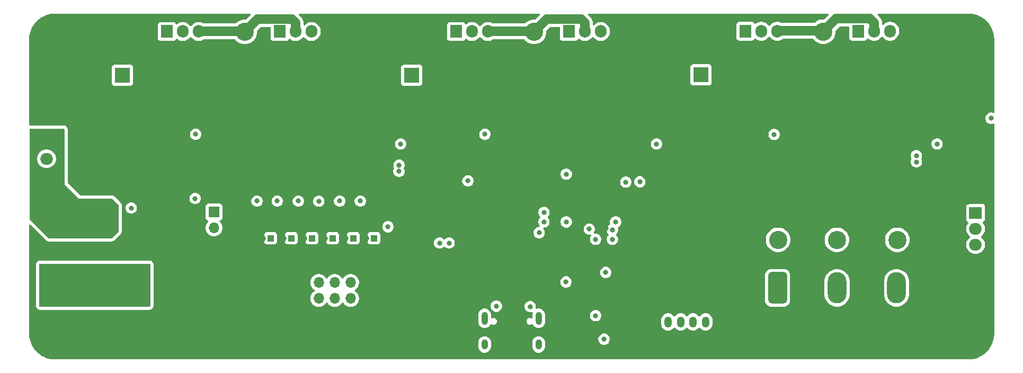
<source format=gbr>
%TF.GenerationSoftware,KiCad,Pcbnew,9.0.2*%
%TF.CreationDate,2025-05-19T15:54:50+02:00*%
%TF.ProjectId,ESC-TFG-KiCad,4553432d-5446-4472-9d4b-694361642e6b,v1.0*%
%TF.SameCoordinates,Original*%
%TF.FileFunction,Copper,L2,Inr*%
%TF.FilePolarity,Positive*%
%FSLAX46Y46*%
G04 Gerber Fmt 4.6, Leading zero omitted, Abs format (unit mm)*
G04 Created by KiCad (PCBNEW 9.0.2) date 2025-05-19 15:54:50*
%MOMM*%
%LPD*%
G01*
G04 APERTURE LIST*
G04 Aperture macros list*
%AMRoundRect*
0 Rectangle with rounded corners*
0 $1 Rounding radius*
0 $2 $3 $4 $5 $6 $7 $8 $9 X,Y pos of 4 corners*
0 Add a 4 corners polygon primitive as box body*
4,1,4,$2,$3,$4,$5,$6,$7,$8,$9,$2,$3,0*
0 Add four circle primitives for the rounded corners*
1,1,$1+$1,$2,$3*
1,1,$1+$1,$4,$5*
1,1,$1+$1,$6,$7*
1,1,$1+$1,$8,$9*
0 Add four rect primitives between the rounded corners*
20,1,$1+$1,$2,$3,$4,$5,0*
20,1,$1+$1,$4,$5,$6,$7,0*
20,1,$1+$1,$6,$7,$8,$9,0*
20,1,$1+$1,$8,$9,$2,$3,0*%
G04 Aperture macros list end*
%TA.AperFunction,ComponentPad*%
%ADD10C,2.900000*%
%TD*%
%TA.AperFunction,ComponentPad*%
%ADD11R,1.000000X1.000000*%
%TD*%
%TA.AperFunction,ComponentPad*%
%ADD12C,1.000000*%
%TD*%
%TA.AperFunction,ComponentPad*%
%ADD13R,1.700000X1.700000*%
%TD*%
%TA.AperFunction,ComponentPad*%
%ADD14O,1.700000X1.700000*%
%TD*%
%TA.AperFunction,ComponentPad*%
%ADD15R,2.000000X1.905000*%
%TD*%
%TA.AperFunction,ComponentPad*%
%ADD16O,2.000000X1.905000*%
%TD*%
%TA.AperFunction,ComponentPad*%
%ADD17R,1.905000X2.000000*%
%TD*%
%TA.AperFunction,ComponentPad*%
%ADD18O,1.905000X2.000000*%
%TD*%
%TA.AperFunction,ComponentPad*%
%ADD19C,0.800000*%
%TD*%
%TA.AperFunction,ComponentPad*%
%ADD20C,6.400000*%
%TD*%
%TA.AperFunction,HeatsinkPad*%
%ADD21O,1.000000X2.100000*%
%TD*%
%TA.AperFunction,HeatsinkPad*%
%ADD22O,1.000000X1.600000*%
%TD*%
%TA.AperFunction,ComponentPad*%
%ADD23R,2.400000X2.400000*%
%TD*%
%TA.AperFunction,ComponentPad*%
%ADD24C,2.400000*%
%TD*%
%TA.AperFunction,ComponentPad*%
%ADD25RoundRect,0.250000X-0.350000X-0.625000X0.350000X-0.625000X0.350000X0.625000X-0.350000X0.625000X0*%
%TD*%
%TA.AperFunction,ComponentPad*%
%ADD26O,1.200000X1.750000*%
%TD*%
%TA.AperFunction,ComponentPad*%
%ADD27RoundRect,0.500000X-1.000000X-2.000000X1.000000X-2.000000X1.000000X2.000000X-1.000000X2.000000X0*%
%TD*%
%TA.AperFunction,ComponentPad*%
%ADD28O,3.000000X5.000000*%
%TD*%
%TA.AperFunction,ComponentPad*%
%ADD29C,3.000000*%
%TD*%
%TA.AperFunction,ViaPad*%
%ADD30C,0.800000*%
%TD*%
%TA.AperFunction,Conductor*%
%ADD31C,1.524000*%
%TD*%
G04 APERTURE END LIST*
D10*
%TO.N,Net-(D19-A2)*%
%TO.C,J8*%
X205973000Y-100504000D03*
%TD*%
D11*
%TO.N,/Sensores/T5*%
%TO.C,TH5*%
X119040980Y-100250000D03*
D12*
%TO.N,GND*%
X117770980Y-100250000D03*
%TD*%
D13*
%TO.N,+5V*%
%TO.C,L2*%
X96774250Y-96059000D03*
D14*
%TO.N,Net-(Q1-D)*%
X96774250Y-98599000D03*
%TD*%
D15*
%TO.N,/V_DIV_12*%
%TO.C,U2*%
X218490000Y-96208000D03*
D16*
%TO.N,+12V*%
X218490000Y-98748000D03*
%TO.N,+24V*%
X218490000Y-101288000D03*
%TD*%
D10*
%TO.N,/Medio-Puente-W/PHASE_OUT*%
%TO.C,J7*%
X194161000Y-67235001D03*
%TD*%
D11*
%TO.N,/Sensores/T1*%
%TO.C,TH1*%
X105832980Y-100250000D03*
D12*
%TO.N,GND*%
X104562980Y-100250000D03*
%TD*%
D17*
%TO.N,Net-(Q4-G)*%
%TO.C,Q4*%
X135487000Y-67220000D03*
D18*
%TO.N,+24V*%
X138027000Y-67220000D03*
%TO.N,/Medio-Puente-V/PHASE_OUT*%
X140567000Y-67220000D03*
%TD*%
D19*
%TO.N,GND*%
%TO.C,H1*%
X68953000Y-115490000D03*
X69655944Y-113792944D03*
X69655944Y-117187056D03*
X71353000Y-113090000D03*
D20*
X71353000Y-115490000D03*
D19*
X71353000Y-117890000D03*
X73050056Y-113792944D03*
X73050056Y-117187056D03*
X73753000Y-115490000D03*
%TD*%
D11*
%TO.N,/Sensores/T4*%
%TO.C,TH4*%
X115738980Y-100250000D03*
D12*
%TO.N,GND*%
X114468980Y-100250000D03*
%TD*%
D21*
%TO.N,unconnected-(J2-SHIELD-PadS1)_1*%
%TO.C,J2*%
X140033000Y-113051000D03*
D22*
%TO.N,unconnected-(J2-SHIELD-PadS1)_2*%
X140033000Y-117231000D03*
D21*
%TO.N,unconnected-(J2-SHIELD-PadS1)_3*%
X148673000Y-113051000D03*
D22*
%TO.N,unconnected-(J2-SHIELD-PadS1)*%
X148673000Y-117231000D03*
%TD*%
D17*
%TO.N,Net-(Q3-G)*%
%TO.C,Q3*%
X107293000Y-67220000D03*
D18*
%TO.N,/Medio-Puente-U/PHASE_OUT*%
X109833000Y-67220000D03*
%TO.N,/Medio-Puente-U/Shunt*%
X112373000Y-67220000D03*
%TD*%
D10*
%TO.N,/Medio-Puente-U/PHASE_OUT*%
%TO.C,J5*%
X101705000Y-67291000D03*
%TD*%
D23*
%TO.N,+24V*%
%TO.C,C25*%
X82148000Y-74205000D03*
D24*
%TO.N,GND*%
X82148000Y-79205000D03*
%TD*%
D17*
%TO.N,Net-(Q7-G)*%
%TO.C,Q7*%
X199749000Y-67164001D03*
D18*
%TO.N,/Medio-Puente-W/PHASE_OUT*%
X202289000Y-67164001D03*
%TO.N,/Medio-Puente-W/Shunt*%
X204829000Y-67164001D03*
%TD*%
D19*
%TO.N,GND*%
%TO.C,H3*%
X214953000Y-68490000D03*
X215655944Y-66792944D03*
X215655944Y-70187056D03*
X217353000Y-66090000D03*
D20*
X217353000Y-68490000D03*
D19*
X217353000Y-70890000D03*
X219050056Y-66792944D03*
X219050056Y-70187056D03*
X219753000Y-68490000D03*
%TD*%
D13*
%TO.N,GND*%
%TO.C,J3*%
X121153000Y-107340000D03*
D14*
X121153000Y-109880000D03*
%TO.N,/SWSCK*%
X118613000Y-107340000D03*
%TO.N,/I2C_SCL*%
X118613000Y-109880000D03*
%TO.N,/SWDIO*%
X116073000Y-107340000D03*
%TO.N,/I2C_SDA*%
X116073000Y-109880000D03*
%TO.N,+3V3*%
X113533000Y-107340000D03*
X113533000Y-109880000D03*
%TD*%
D11*
%TO.N,/Sensores/T3*%
%TO.C,TH3*%
X112436980Y-100250000D03*
D12*
%TO.N,GND*%
X111166980Y-100250000D03*
%TD*%
D15*
%TO.N,/24V fused*%
%TO.C,D12*%
X70012000Y-90090000D03*
D16*
%TO.N,+24V*%
X70012000Y-87550000D03*
%TO.N,/24V fused*%
X70012000Y-85010000D03*
%TD*%
D19*
%TO.N,GND*%
%TO.C,H2*%
X68953000Y-68490000D03*
X69655944Y-66792944D03*
X69655944Y-70187056D03*
X71353000Y-66090000D03*
D20*
X71353000Y-68490000D03*
D19*
X71353000Y-70890000D03*
X73050056Y-66792944D03*
X73050056Y-70187056D03*
X73753000Y-68490000D03*
%TD*%
D25*
%TO.N,GND*%
%TO.C,J1*%
X167353000Y-113640000D03*
D26*
%TO.N,/PB3*%
X169353000Y-113640000D03*
%TO.N,/PB4*%
X171353000Y-113640000D03*
%TO.N,/PB5*%
X173353000Y-113640000D03*
%TO.N,+3V3*%
X175353000Y-113640000D03*
%TD*%
D10*
%TO.N,/Medio-Puente-V/PHASE_OUT*%
%TO.C,J6*%
X147933000Y-67291001D03*
%TD*%
D27*
%TO.N,Net-(D29-A2)*%
%TO.C,J9*%
X186853200Y-108190000D03*
D28*
%TO.N,Net-(D24-A2)*%
X196353200Y-108190000D03*
%TO.N,Net-(D19-A2)*%
X205853000Y-108180000D03*
%TD*%
D23*
%TO.N,+24V*%
%TO.C,C45*%
X174604000Y-74149000D03*
D24*
%TO.N,GND*%
X174604000Y-79149000D03*
%TD*%
D10*
%TO.N,Net-(D24-A2)*%
%TO.C,J10*%
X196321000Y-100504000D03*
%TD*%
D17*
%TO.N,Net-(Q2-G)*%
%TO.C,Q2*%
X89259000Y-67220000D03*
D18*
%TO.N,+24V*%
X91799000Y-67220000D03*
%TO.N,/Medio-Puente-U/PHASE_OUT*%
X94339000Y-67220000D03*
%TD*%
D17*
%TO.N,Net-(Q6-G)*%
%TO.C,Q6*%
X181715000Y-67164000D03*
D18*
%TO.N,+24V*%
X184255000Y-67164000D03*
%TO.N,/Medio-Puente-W/PHASE_OUT*%
X186795000Y-67164000D03*
%TD*%
D29*
%TO.N,/24V in*%
%TO.C,F2*%
X72193000Y-107690000D03*
X75593000Y-107690000D03*
%TO.N,/24V fused*%
X72193000Y-97890000D03*
X75593000Y-97890000D03*
%TD*%
D11*
%TO.N,/Sensores/T6*%
%TO.C,TH6*%
X122342980Y-100250000D03*
D12*
%TO.N,GND*%
X121072980Y-100250000D03*
%TD*%
D19*
%TO.N,GND*%
%TO.C,H4*%
X214953000Y-115490000D03*
X215655944Y-113792944D03*
X215655944Y-117187056D03*
X217353000Y-113090000D03*
D20*
X217353000Y-115490000D03*
D19*
X217353000Y-117890000D03*
X219050056Y-113792944D03*
X219050056Y-117187056D03*
X219753000Y-115490000D03*
%TD*%
D27*
%TO.N,/24V in*%
%TO.C,J4*%
X84603000Y-108134000D03*
D28*
%TO.N,GND*%
X94103000Y-108134000D03*
%TD*%
D10*
%TO.N,Net-(D29-A2)*%
%TO.C,J11*%
X186923000Y-100504000D03*
%TD*%
D11*
%TO.N,/Sensores/T2*%
%TO.C,TH2*%
X109134980Y-100250000D03*
D12*
%TO.N,GND*%
X107864980Y-100250000D03*
%TD*%
D23*
%TO.N,+24V*%
%TO.C,C35*%
X128376000Y-74205000D03*
D24*
%TO.N,GND*%
X128376000Y-79205000D03*
%TD*%
D17*
%TO.N,Net-(Q5-G)*%
%TO.C,Q5*%
X153521000Y-67220001D03*
D18*
%TO.N,/Medio-Puente-V/PHASE_OUT*%
X156061000Y-67220001D03*
%TO.N,/Medio-Puente-V/Shunt*%
X158601000Y-67220001D03*
%TD*%
D30*
%TO.N,GND*%
X78465000Y-86534000D03*
X102595000Y-118792000D03*
X82529000Y-69262000D03*
X210545000Y-112950000D03*
X132821000Y-65198000D03*
X204576000Y-79681000D03*
X208513000Y-114982000D03*
X118851000Y-114728000D03*
X77957000Y-114728000D03*
X190225000Y-102790000D03*
X151109000Y-117776000D03*
X151170000Y-78656000D03*
X177017000Y-79930000D03*
X80497000Y-69262000D03*
X202417000Y-90598000D03*
X124693000Y-69262000D03*
X163809000Y-108378000D03*
X178033000Y-95424000D03*
X82021000Y-114728000D03*
X136377000Y-115744000D03*
X167873000Y-101520000D03*
X202417000Y-106854000D03*
X200385000Y-119046000D03*
X86085000Y-118792000D03*
X168889000Y-81962000D03*
X180065000Y-114982000D03*
X206481000Y-117014000D03*
X176001000Y-108378000D03*
X170921000Y-65198000D03*
X200385000Y-112950000D03*
X92181000Y-104568000D03*
X98277000Y-110664000D03*
X190225000Y-96694000D03*
X138917000Y-89074000D03*
X161777000Y-115236000D03*
X96245000Y-108632000D03*
X198353000Y-112950000D03*
X159364000Y-79737000D03*
X97641000Y-81515000D03*
X190225000Y-110918000D03*
X92181000Y-114728000D03*
X112119000Y-80753000D03*
X162031000Y-100504000D03*
X151109000Y-115744000D03*
X113135000Y-77705000D03*
X165841000Y-101520000D03*
X166475000Y-82023000D03*
X116057000Y-118792000D03*
X184129000Y-114982000D03*
X197398000Y-78600000D03*
X190097000Y-81459000D03*
X192257000Y-98726000D03*
X130154000Y-117903000D03*
X78465000Y-84502000D03*
X76433000Y-67230000D03*
X212577000Y-102536000D03*
X124185000Y-115744000D03*
X98277000Y-116760000D03*
X121137000Y-88566000D03*
X86085000Y-114728000D03*
X78465000Y-69262000D03*
X172953000Y-69262000D03*
X188193000Y-117014000D03*
X176001000Y-93392000D03*
X146283000Y-117014000D03*
X181081000Y-77898000D03*
X80497000Y-88566000D03*
X202417000Y-119046000D03*
X115167000Y-82531000D03*
X176001000Y-106092000D03*
X124693000Y-67230000D03*
X205592000Y-79681000D03*
X212577000Y-110664000D03*
X194289000Y-112950000D03*
X192257000Y-114982000D03*
X178033000Y-93392000D03*
X204449000Y-112950000D03*
X140949000Y-89074000D03*
X190225000Y-98726000D03*
X183113000Y-79930000D03*
X202417000Y-108886000D03*
X148888000Y-90025000D03*
X182097000Y-103806000D03*
X128757000Y-65198000D03*
X75925000Y-114728000D03*
X146283000Y-114982000D03*
X75925000Y-118792000D03*
X160380000Y-78721000D03*
X202417000Y-102790000D03*
X78465000Y-80438000D03*
X96245000Y-106600000D03*
X179049000Y-69262000D03*
X180065000Y-93392000D03*
X90149000Y-110664000D03*
X178033000Y-110664000D03*
X136885000Y-113966000D03*
X151109000Y-107616000D03*
X142981000Y-94154000D03*
X84561000Y-86534000D03*
X180065000Y-108378000D03*
X147045000Y-89074000D03*
X102849000Y-90598000D03*
X94213000Y-118792000D03*
X200385000Y-100758000D03*
X119105000Y-88566000D03*
X136885000Y-81962000D03*
X179049000Y-65198000D03*
X202417000Y-92630000D03*
X108231500Y-118967500D03*
X84561000Y-90598000D03*
X90657000Y-92630000D03*
X98277000Y-108632000D03*
X98785000Y-88566000D03*
X163490000Y-97772000D03*
X114151000Y-77705000D03*
X196321000Y-89074000D03*
X152314000Y-82340000D03*
X88117000Y-116760000D03*
X174985000Y-67230000D03*
X106086000Y-82340000D03*
X124693000Y-81962000D03*
X96245000Y-110664000D03*
X149394000Y-108378000D03*
X98277000Y-118792000D03*
X138409000Y-117776000D03*
X113135000Y-79737000D03*
X138917000Y-91106000D03*
X98277000Y-112696000D03*
X86593000Y-67230000D03*
X82021000Y-112696000D03*
X98277000Y-114728000D03*
X90657000Y-90598000D03*
X190225000Y-90598000D03*
X176001000Y-101520000D03*
X78465000Y-82470000D03*
X212703000Y-81967000D03*
X171937000Y-101520000D03*
X214990000Y-84184000D03*
X206608000Y-77649000D03*
X136885000Y-98218000D03*
X86085000Y-112696000D03*
X82529000Y-86534000D03*
X192257000Y-94662000D03*
X158348000Y-78721000D03*
X204449000Y-117014000D03*
X205973000Y-89074000D03*
X207623000Y-82475000D03*
X173969000Y-91360000D03*
X90657000Y-78406000D03*
X182097000Y-95424000D03*
X126725000Y-100758000D03*
X151109000Y-113712000D03*
X88625000Y-65198000D03*
X170921000Y-67230000D03*
X200385000Y-90598000D03*
X84561000Y-88566000D03*
X150509393Y-96909190D03*
X192257000Y-106854000D03*
X82529000Y-88566000D03*
X180065000Y-119046000D03*
X100817000Y-88566000D03*
X114151000Y-80753000D03*
X88625000Y-84502000D03*
X134853000Y-81962000D03*
X177017000Y-81962000D03*
X147045000Y-91106000D03*
X138917000Y-98218000D03*
X84561000Y-84502000D03*
X115041000Y-88566000D03*
X210545000Y-114982000D03*
X170921000Y-69262000D03*
X79989000Y-118792000D03*
X98785000Y-90598000D03*
X192257000Y-102790000D03*
X200385000Y-108886000D03*
X92181000Y-110664000D03*
X206608000Y-79681000D03*
X170921000Y-81962000D03*
X114025000Y-116760000D03*
X208513000Y-96440000D03*
X122661000Y-69262000D03*
X110977000Y-88566000D03*
X121137000Y-114728000D03*
X158348000Y-77705000D03*
X158348000Y-80753000D03*
X144251000Y-117014000D03*
X76433000Y-84502000D03*
X126725000Y-81962000D03*
X155173000Y-105838000D03*
X204576000Y-77649000D03*
X144251000Y-114982000D03*
X202417000Y-114982000D03*
X100817000Y-90598000D03*
X128249000Y-115744000D03*
X114025000Y-114728000D03*
X77957000Y-112696000D03*
X122661000Y-67230000D03*
X210545000Y-117014000D03*
X82021000Y-116760000D03*
X212577000Y-119046000D03*
X76433000Y-88566000D03*
X165841000Y-106092000D03*
X196321000Y-112950000D03*
X160634000Y-107235000D03*
X200385000Y-102790000D03*
X134853000Y-98218000D03*
X177017000Y-65198000D03*
X76433000Y-82470000D03*
X202417000Y-96694000D03*
X179049000Y-79930000D03*
X190225000Y-119046000D03*
X180065000Y-117014000D03*
X178033000Y-108378000D03*
X179049000Y-81962000D03*
X186161000Y-112950000D03*
X88117000Y-110664000D03*
X80497000Y-65198000D03*
X92689000Y-92630000D03*
X169905000Y-101520000D03*
X180065000Y-110664000D03*
X161395000Y-80753000D03*
X90055000Y-100303500D03*
X182097000Y-108378000D03*
X180065000Y-101520000D03*
X76433000Y-86534000D03*
X88625000Y-86534000D03*
X88625000Y-80438000D03*
X90149000Y-106600000D03*
X182097000Y-99488000D03*
X212577000Y-112950000D03*
X92689000Y-86534000D03*
X212577000Y-108632000D03*
X80497000Y-67230000D03*
X202417000Y-112950000D03*
X137393000Y-106600000D03*
X88625000Y-92630000D03*
X208513000Y-117014000D03*
X161777000Y-105838000D03*
X192257000Y-119046000D03*
X184129000Y-112950000D03*
X190225000Y-108886000D03*
X113009000Y-88566000D03*
X86593000Y-88566000D03*
X136885000Y-79930000D03*
X144378000Y-108555800D03*
X168889000Y-79930000D03*
X112119000Y-78721000D03*
X163809000Y-115236000D03*
X210545000Y-108632000D03*
X194289000Y-114982000D03*
X130789000Y-67230000D03*
X114025000Y-118792000D03*
X160761000Y-113839000D03*
X90149000Y-104568000D03*
X94213000Y-112696000D03*
X92181000Y-112696000D03*
X135615000Y-96948000D03*
X212577000Y-117014000D03*
X82529000Y-82470000D03*
X139362000Y-108441000D03*
X172953000Y-67230000D03*
X178033000Y-106092000D03*
X84561000Y-78406000D03*
X163809000Y-117522000D03*
X159413000Y-98661000D03*
X190225000Y-94662000D03*
X130408000Y-94154000D03*
X132313000Y-117776000D03*
X92181000Y-116760000D03*
X122661000Y-81962000D03*
X173969000Y-89328000D03*
X217149000Y-94557000D03*
X88117000Y-108632000D03*
X84561000Y-67230000D03*
X86085000Y-116760000D03*
X208513000Y-90344000D03*
X88117000Y-118792000D03*
X202417000Y-94662000D03*
X180065000Y-99488000D03*
X160380000Y-79737000D03*
X161395000Y-82531000D03*
X142473000Y-101520000D03*
X214863000Y-86810000D03*
X210545000Y-104568000D03*
X198353000Y-114982000D03*
X132821000Y-79930000D03*
X124693000Y-77898000D03*
X135939208Y-89184000D03*
X113135000Y-78721000D03*
X212577000Y-114982000D03*
X80497000Y-82470000D03*
X212577000Y-100504000D03*
X138409000Y-115744000D03*
X163809000Y-106092000D03*
X183113000Y-81962000D03*
X86593000Y-82470000D03*
X90657000Y-86534000D03*
X168279400Y-109800400D03*
X177017000Y-67230000D03*
X208513000Y-92376000D03*
X130281000Y-115744000D03*
X138966870Y-111567870D03*
X96753000Y-86534000D03*
X120247000Y-82023000D03*
X159101000Y-109775000D03*
X132821000Y-81962000D03*
X146791000Y-101520000D03*
X134853000Y-65198000D03*
X145013000Y-94154000D03*
X83513000Y-100885000D03*
X132821000Y-77898000D03*
X188193000Y-119046000D03*
X128757000Y-69262000D03*
X78465000Y-88566000D03*
X180065000Y-97456000D03*
X91546000Y-77517000D03*
X136123000Y-101520000D03*
X88625000Y-78406000D03*
X124693000Y-65198000D03*
X76433000Y-65198000D03*
X137775000Y-77478000D03*
X178033000Y-103806000D03*
X176001000Y-89328000D03*
X210545000Y-106600000D03*
X132059000Y-96186000D03*
X80497000Y-86534000D03*
X204576000Y-78665000D03*
X145013000Y-89074000D03*
X190225000Y-114982000D03*
X168889000Y-65198000D03*
X92181000Y-118792000D03*
X190225000Y-112950000D03*
X96245000Y-114728000D03*
X206608000Y-78665000D03*
X192257000Y-110918000D03*
X90149000Y-116760000D03*
X178033000Y-97456000D03*
X84053000Y-114728000D03*
X94213000Y-116760000D03*
X198353000Y-117014000D03*
X165841000Y-108378000D03*
X98785000Y-92630000D03*
X200385000Y-104822000D03*
X176001000Y-103806000D03*
X204576000Y-80697000D03*
X206481000Y-119046000D03*
X130027000Y-98218000D03*
X90149000Y-108632000D03*
X142981000Y-96186000D03*
X142219000Y-114982000D03*
X138917000Y-96186000D03*
X90657000Y-80438000D03*
X190225000Y-104822000D03*
X131932000Y-107489000D03*
X172953000Y-81962000D03*
X128757000Y-81962000D03*
X176001000Y-97456000D03*
X202417000Y-110918000D03*
X176001000Y-95424000D03*
X124693000Y-79930000D03*
X86593000Y-90598000D03*
X83545000Y-93519000D03*
X200385000Y-106854000D03*
X130789000Y-79930000D03*
X92689000Y-90598000D03*
X128757000Y-67230000D03*
X210545000Y-90344000D03*
X153903000Y-102536000D03*
X192257000Y-104822000D03*
X90657000Y-82470000D03*
X200385000Y-114982000D03*
X92689000Y-88566000D03*
X192257000Y-117014000D03*
X117073000Y-88566000D03*
X130789000Y-69262000D03*
X207623000Y-80697000D03*
X146791000Y-105584000D03*
X96753000Y-92630000D03*
X77957000Y-116760000D03*
X200385000Y-117014000D03*
X86593000Y-80438000D03*
X190225000Y-106854000D03*
X139425000Y-106600000D03*
X208513000Y-94408000D03*
X88117000Y-112696000D03*
X173969000Y-101520000D03*
X114151000Y-78721000D03*
X94721000Y-92630000D03*
X168889000Y-77898000D03*
X208513000Y-119046000D03*
X163809000Y-110664000D03*
X140949000Y-91106000D03*
X160380000Y-80753000D03*
X194289000Y-119046000D03*
X88117000Y-114728000D03*
X173969000Y-97456000D03*
X115803000Y-112442000D03*
X122661000Y-79930000D03*
X204449000Y-114982000D03*
X122661000Y-65198000D03*
X115167000Y-80753000D03*
X149705000Y-111546000D03*
X130027000Y-96186000D03*
X151109000Y-109648000D03*
X206481000Y-114982000D03*
X178033000Y-114982000D03*
X159364000Y-78721000D03*
X198542000Y-82284000D03*
X180065000Y-91360000D03*
X142981000Y-91106000D03*
X80497000Y-84502000D03*
X148823000Y-105584000D03*
X174985000Y-69262000D03*
X138917000Y-94154000D03*
X194289000Y-117014000D03*
X200385000Y-96694000D03*
X84561000Y-65198000D03*
X151109000Y-111680000D03*
X132821000Y-69262000D03*
X88625000Y-88566000D03*
X182097000Y-93392000D03*
X82529000Y-90598000D03*
X138409000Y-101520000D03*
X130789000Y-81962000D03*
X215244000Y-106495000D03*
X86593000Y-84502000D03*
X210545000Y-110664000D03*
X202417000Y-98726000D03*
X181081000Y-81962000D03*
X178033000Y-89328000D03*
X182097000Y-91360000D03*
X98277000Y-104568000D03*
X192257000Y-112950000D03*
X202417000Y-100758000D03*
X77957000Y-118792000D03*
X126084347Y-117897347D03*
X118089000Y-118792000D03*
X163809000Y-112950000D03*
X132048699Y-90989301D03*
X108691000Y-106600000D03*
X88625000Y-90598000D03*
X129541000Y-110642000D03*
X212577000Y-104568000D03*
X88117000Y-104568000D03*
X186161000Y-117014000D03*
X90149000Y-114728000D03*
X188193000Y-114982000D03*
X188193000Y-112950000D03*
X130789000Y-77898000D03*
X96245000Y-112696000D03*
X180065000Y-89328000D03*
X82529000Y-67230000D03*
X205592000Y-78665000D03*
X180065000Y-106092000D03*
X132313000Y-115744000D03*
X205592000Y-77649000D03*
X159364000Y-80753000D03*
X182097000Y-106092000D03*
X182097000Y-89328000D03*
X126725000Y-69262000D03*
X176001000Y-91360000D03*
X210545000Y-94408000D03*
X108945000Y-88566000D03*
X215244000Y-110686000D03*
X210545000Y-100504000D03*
X202417000Y-104822000D03*
X90657000Y-88566000D03*
X121137000Y-112442000D03*
X78465000Y-65198000D03*
X200385000Y-92630000D03*
X90657000Y-84502000D03*
X178033000Y-112950000D03*
X136377000Y-117776000D03*
X134853000Y-79930000D03*
X86593000Y-86534000D03*
X177017000Y-77898000D03*
X182097000Y-119046000D03*
X132821000Y-67230000D03*
X186161000Y-119046000D03*
X110723000Y-111426000D03*
X79989000Y-116760000D03*
X140949000Y-98218000D03*
X192257000Y-100758000D03*
X106913000Y-88566000D03*
X75925000Y-116760000D03*
X192257000Y-108886000D03*
X146791000Y-107616000D03*
X84053000Y-118792000D03*
X192257000Y-92630000D03*
X170921000Y-77898000D03*
X141457000Y-106600000D03*
X161777000Y-110664000D03*
X104942000Y-78656000D03*
X206481000Y-112950000D03*
X190225000Y-100758000D03*
X84561000Y-69262000D03*
X186923000Y-89074000D03*
X204449000Y-119046000D03*
X96245000Y-104568000D03*
X122661000Y-77898000D03*
X104119000Y-117544000D03*
X159364000Y-77705000D03*
X90149000Y-118792000D03*
X126725000Y-65198000D03*
X182097000Y-112950000D03*
X98277000Y-106600000D03*
X98785000Y-86534000D03*
X116057000Y-116760000D03*
X96753000Y-90598000D03*
X126725000Y-67230000D03*
X205592000Y-80697000D03*
X132059000Y-98218000D03*
X210545000Y-98472000D03*
X79989000Y-112696000D03*
X206608000Y-80697000D03*
X140949000Y-96186000D03*
X114151000Y-79737000D03*
X113135000Y-80753000D03*
X180065000Y-112950000D03*
X182097000Y-117014000D03*
X94213000Y-114728000D03*
X182097000Y-101520000D03*
X76433000Y-69262000D03*
X190225000Y-117014000D03*
X168635000Y-108378000D03*
X210545000Y-96440000D03*
X102595000Y-108378000D03*
X172953000Y-65198000D03*
X168889000Y-69262000D03*
X196321000Y-114982000D03*
X171429000Y-106092000D03*
X168635000Y-106092000D03*
X178033000Y-91360000D03*
X96753000Y-88566000D03*
X210545000Y-102536000D03*
X178033000Y-119046000D03*
X88625000Y-82470000D03*
X192257000Y-96694000D03*
X164013347Y-92162347D03*
X111993000Y-118792000D03*
X82529000Y-84502000D03*
X190225000Y-92630000D03*
X170921000Y-79930000D03*
X75925000Y-112696000D03*
X102595000Y-112696000D03*
X182097000Y-97456000D03*
X88117000Y-106600000D03*
X200385000Y-94662000D03*
X82021000Y-118792000D03*
X178033000Y-99488000D03*
X196321000Y-117014000D03*
X161777000Y-117522000D03*
X142219000Y-117014000D03*
X184003000Y-77478000D03*
X102595000Y-106600000D03*
X202417000Y-117014000D03*
X178033000Y-101520000D03*
X82529000Y-65198000D03*
X173969000Y-106092000D03*
X143869000Y-81515000D03*
X200385000Y-98726000D03*
X184129000Y-119046000D03*
X142981000Y-98218000D03*
X140949000Y-94154000D03*
X94721000Y-88566000D03*
X174985000Y-65198000D03*
X173969000Y-99488000D03*
X134345000Y-117776000D03*
X86593000Y-69262000D03*
X208513000Y-110664000D03*
X168889000Y-67230000D03*
X153141000Y-113839000D03*
X173969000Y-108378000D03*
X112119000Y-79737000D03*
X126217000Y-115744000D03*
X84561000Y-80438000D03*
X160380000Y-77705000D03*
X169143000Y-89963000D03*
X182097000Y-110664000D03*
X173066000Y-95613000D03*
X111993000Y-116760000D03*
X84053000Y-116760000D03*
X112119000Y-77705000D03*
X79989000Y-114728000D03*
X96245000Y-116760000D03*
X198353000Y-119046000D03*
X78465000Y-67230000D03*
X134345000Y-115744000D03*
X118851000Y-112442000D03*
X179049000Y-67230000D03*
X181081000Y-79930000D03*
X90149000Y-112696000D03*
X192257000Y-90598000D03*
X179049000Y-77898000D03*
X182097000Y-114982000D03*
X210545000Y-119046000D03*
X196321000Y-119046000D03*
X181081000Y-65198000D03*
X134853000Y-77898000D03*
X208513000Y-112950000D03*
X84561000Y-82470000D03*
X111739000Y-102790000D03*
X186161000Y-114982000D03*
X200385000Y-110918000D03*
X177017000Y-69262000D03*
X174350000Y-109775000D03*
X184129000Y-117014000D03*
X84053000Y-112696000D03*
X96245000Y-118792000D03*
X176001000Y-99488000D03*
X130789000Y-65198000D03*
X140441000Y-101520000D03*
X104881000Y-88566000D03*
X210545000Y-92376000D03*
X180065000Y-95424000D03*
X178033000Y-117014000D03*
X86593000Y-65198000D03*
X94721000Y-86534000D03*
X214990000Y-81073000D03*
X158348000Y-79737000D03*
X173969000Y-93392000D03*
X212577000Y-106600000D03*
X94721000Y-90598000D03*
X180065000Y-103806000D03*
X102849000Y-88566000D03*
X86593000Y-78406000D03*
X174985000Y-81962000D03*
%TO.N,+3V3*%
X110248980Y-94310000D03*
X126598000Y-85198000D03*
X113517000Y-94343980D03*
X124591400Y-98421200D03*
X106877980Y-94310000D03*
X162597847Y-91291847D03*
X137348500Y-91084000D03*
X153076000Y-97658000D03*
X159101000Y-116379000D03*
X212323000Y-85198000D03*
X160963000Y-97658000D03*
X103644980Y-94310000D03*
X153014000Y-107235000D03*
X120154980Y-94310000D03*
X153076000Y-90025000D03*
X148754000Y-99361000D03*
X167492000Y-85198000D03*
X116852980Y-94310000D03*
%TO.N,/BOOT0*%
X157777000Y-112632000D03*
X157777000Y-100427800D03*
%TO.N,/NRST*%
X159364000Y-105711000D03*
X164825000Y-91233000D03*
%TO.N,/Sensores/12V_SENS*%
X209021000Y-88058000D03*
X126336183Y-89574183D03*
%TO.N,/SWSCK*%
X149516400Y-97645000D03*
%TO.N,/SWDIO*%
X149516400Y-96129402D03*
%TO.N,/PB7*%
X93761500Y-93900000D03*
X156759000Y-98788000D03*
%TO.N,/I2C_SCL*%
X132821000Y-101012000D03*
X160442000Y-100439000D03*
%TO.N,/I2C_SDA*%
X160442000Y-98915000D03*
X134345000Y-101012000D03*
%TO.N,+12V*%
X140060000Y-83640000D03*
X186288000Y-83674000D03*
X93832000Y-83640000D03*
%TO.N,+24V*%
X220963000Y-81073000D03*
X83545000Y-95424000D03*
%TO.N,/Sensores/24V_SENS*%
X126344000Y-88566000D03*
X209021000Y-87057997D03*
%TO.N,/24V fused*%
X73512000Y-93392000D03*
X71226000Y-95678000D03*
X69067000Y-97837000D03*
X69067000Y-93392000D03*
X69067000Y-95678000D03*
X80116000Y-95678000D03*
X73512000Y-95678000D03*
X77830000Y-95678000D03*
X75798000Y-95678000D03*
X71226000Y-93392000D03*
%TO.N,/24V in*%
X82021000Y-109902000D03*
X77957000Y-109902000D03*
X79989000Y-109902000D03*
X69829000Y-109902000D03*
X75925000Y-105330000D03*
X79989000Y-107616000D03*
X79989000Y-105330000D03*
X75925000Y-109902000D03*
X71861000Y-109902000D03*
X69829000Y-107616000D03*
X82021000Y-105330000D03*
X73893000Y-105330000D03*
X69829000Y-105330000D03*
X82021000Y-107616000D03*
X77957000Y-105330000D03*
X77957000Y-107616000D03*
X73893000Y-109902000D03*
X71861000Y-105330000D03*
%TO.N,VDC*%
X141908000Y-111115000D03*
X147299000Y-111172000D03*
%TD*%
D31*
%TO.N,/Medio-Puente-U/PHASE_OUT*%
X109834000Y-65840700D02*
X109834000Y-67179200D01*
X94340000Y-67179200D02*
X97896000Y-67179200D01*
X97896000Y-67179200D02*
X101762000Y-67179200D01*
X109209500Y-65216200D02*
X109834000Y-65840700D01*
X103740000Y-65216200D02*
X101706000Y-67250200D01*
X109209500Y-65216200D02*
X103740000Y-65216200D01*
%TO.N,/Medio-Puente-V/PHASE_OUT*%
X156062000Y-65840700D02*
X156062000Y-67179200D01*
X155437500Y-65216200D02*
X149968000Y-65216200D01*
X149968000Y-65216200D02*
X147934000Y-67250200D01*
X155437500Y-65216200D02*
X156062000Y-65840700D01*
X144124000Y-67179200D02*
X147990000Y-67179200D01*
X140568000Y-67179200D02*
X144124000Y-67179200D01*
%TO.N,/Medio-Puente-W/PHASE_OUT*%
X201640100Y-65165400D02*
X196170600Y-65165400D01*
X196170600Y-65165400D02*
X194136600Y-67199400D01*
X201640100Y-65165400D02*
X202264600Y-65789900D01*
X202264600Y-65789900D02*
X202264600Y-67128400D01*
X186770600Y-67128400D02*
X190326600Y-67128400D01*
X190326600Y-67128400D02*
X194192600Y-67128400D01*
%TD*%
%TA.AperFunction,Conductor*%
%TO.N,/24V in*%
G36*
X86556681Y-104350319D02*
G01*
X86593000Y-104438000D01*
X86593000Y-111048000D01*
X86556681Y-111135681D01*
X86469000Y-111172000D01*
X68937000Y-111172000D01*
X68849319Y-111135681D01*
X68813000Y-111048000D01*
X68813000Y-104438000D01*
X68849319Y-104350319D01*
X68937000Y-104314000D01*
X86469000Y-104314000D01*
X86556681Y-104350319D01*
G37*
%TD.AperFunction*%
%TD*%
%TA.AperFunction,Conductor*%
%TO.N,/24V fused*%
G36*
X72840681Y-82760319D02*
G01*
X72877000Y-82848000D01*
X72877000Y-91614000D01*
X75163000Y-93900000D01*
X80445638Y-93900000D01*
X80533319Y-93936319D01*
X81476681Y-94879681D01*
X81513000Y-94967362D01*
X81513000Y-99182638D01*
X81476681Y-99270319D01*
X80533319Y-100213681D01*
X80445638Y-100250000D01*
X70388362Y-100250000D01*
X70300681Y-100213681D01*
X67325319Y-97238319D01*
X67289000Y-97150638D01*
X67289000Y-87406887D01*
X68511500Y-87406887D01*
X68511500Y-87693112D01*
X68567336Y-87973816D01*
X68567338Y-87973824D01*
X68676866Y-88238250D01*
X68676871Y-88238259D01*
X68835881Y-88476232D01*
X68835884Y-88476236D01*
X69038263Y-88678615D01*
X69038267Y-88678618D01*
X69276240Y-88837628D01*
X69276246Y-88837631D01*
X69276247Y-88837632D01*
X69540676Y-88947162D01*
X69821387Y-89002999D01*
X69821390Y-89003000D01*
X69821392Y-89003000D01*
X70202610Y-89003000D01*
X70202611Y-89002999D01*
X70483324Y-88947162D01*
X70747753Y-88837632D01*
X70985733Y-88678618D01*
X71188118Y-88476233D01*
X71347132Y-88238253D01*
X71456662Y-87973824D01*
X71512500Y-87693108D01*
X71512500Y-87406892D01*
X71512500Y-87406889D01*
X71512499Y-87406887D01*
X71456663Y-87126183D01*
X71456662Y-87126176D01*
X71347132Y-86861747D01*
X71347131Y-86861746D01*
X71347128Y-86861740D01*
X71188118Y-86623767D01*
X71188115Y-86623763D01*
X70985736Y-86421384D01*
X70985732Y-86421381D01*
X70747759Y-86262371D01*
X70747750Y-86262366D01*
X70483324Y-86152838D01*
X70483316Y-86152836D01*
X70202611Y-86097000D01*
X70202608Y-86097000D01*
X69821392Y-86097000D01*
X69821389Y-86097000D01*
X69540683Y-86152836D01*
X69540675Y-86152838D01*
X69276249Y-86262366D01*
X69276240Y-86262371D01*
X69038267Y-86421381D01*
X69038263Y-86421384D01*
X68835884Y-86623763D01*
X68835881Y-86623767D01*
X68676871Y-86861740D01*
X68676866Y-86861749D01*
X68567338Y-87126175D01*
X68567336Y-87126183D01*
X68511500Y-87406887D01*
X67289000Y-87406887D01*
X67289000Y-82848000D01*
X67325319Y-82760319D01*
X67413000Y-82724000D01*
X72753000Y-82724000D01*
X72840681Y-82760319D01*
G37*
%TD.AperFunction*%
%TD*%
%TA.AperFunction,Conductor*%
%TO.N,GND*%
G36*
X102587574Y-64407819D02*
G01*
X102623893Y-64495500D01*
X102587574Y-64583181D01*
X101866574Y-65304181D01*
X101778893Y-65340500D01*
X101512887Y-65340500D01*
X101136067Y-65415454D01*
X101136059Y-65415456D01*
X100781090Y-65562489D01*
X100461632Y-65775943D01*
X100461630Y-65775945D01*
X100461628Y-65775946D01*
X100461628Y-65775947D01*
X100357193Y-65880381D01*
X100269514Y-65916700D01*
X95112509Y-65916700D01*
X95043619Y-65895802D01*
X95027264Y-65884874D01*
X95027250Y-65884866D01*
X94762824Y-65775338D01*
X94762816Y-65775336D01*
X94482111Y-65719500D01*
X94482108Y-65719500D01*
X94195892Y-65719500D01*
X94195889Y-65719500D01*
X93915183Y-65775336D01*
X93915175Y-65775338D01*
X93650749Y-65884866D01*
X93650740Y-65884871D01*
X93412767Y-66043881D01*
X93412763Y-66043884D01*
X93210384Y-66246263D01*
X93210381Y-66246267D01*
X93172102Y-66303556D01*
X93093191Y-66356282D01*
X93000109Y-66337767D01*
X92965898Y-66303556D01*
X92927618Y-66246267D01*
X92927615Y-66246263D01*
X92725236Y-66043884D01*
X92725232Y-66043881D01*
X92487259Y-65884871D01*
X92487250Y-65884866D01*
X92222824Y-65775338D01*
X92222816Y-65775336D01*
X91942111Y-65719500D01*
X91942108Y-65719500D01*
X91655892Y-65719500D01*
X91655889Y-65719500D01*
X91375183Y-65775336D01*
X91375175Y-65775338D01*
X91110749Y-65884866D01*
X91110740Y-65884871D01*
X90872767Y-66043881D01*
X90868057Y-66047747D01*
X90866623Y-66046000D01*
X90785805Y-66079463D01*
X90698128Y-66043132D01*
X90682720Y-66024354D01*
X90589517Y-65884868D01*
X90572340Y-65859160D01*
X90406785Y-65748540D01*
X90406783Y-65748539D01*
X90406780Y-65748538D01*
X90260796Y-65719500D01*
X88257210Y-65719500D01*
X88111212Y-65748540D01*
X87945660Y-65859160D01*
X87835040Y-66024715D01*
X87835038Y-66024719D01*
X87806000Y-66170702D01*
X87806000Y-68269289D01*
X87835040Y-68415287D01*
X87891065Y-68499133D01*
X87945660Y-68580840D01*
X88111215Y-68691460D01*
X88111218Y-68691460D01*
X88111219Y-68691461D01*
X88184211Y-68705980D01*
X88257207Y-68720500D01*
X90260792Y-68720499D01*
X90406785Y-68691460D01*
X90406786Y-68691459D01*
X90406787Y-68691459D01*
X90490592Y-68635462D01*
X90572340Y-68580840D01*
X90682720Y-68415643D01*
X90761629Y-68362918D01*
X90854711Y-68381432D01*
X90867992Y-68392332D01*
X90868057Y-68392253D01*
X90872767Y-68396118D01*
X91110740Y-68555128D01*
X91110749Y-68555133D01*
X91170652Y-68579945D01*
X91375176Y-68664662D01*
X91655887Y-68720499D01*
X91655890Y-68720500D01*
X91655892Y-68720500D01*
X91942110Y-68720500D01*
X91942111Y-68720499D01*
X92222824Y-68664662D01*
X92487253Y-68555132D01*
X92725233Y-68396118D01*
X92927618Y-68193733D01*
X92965034Y-68137737D01*
X92965898Y-68136444D01*
X93044808Y-68083717D01*
X93137890Y-68102232D01*
X93172102Y-68136444D01*
X93210378Y-68193728D01*
X93210384Y-68193736D01*
X93412763Y-68396115D01*
X93412767Y-68396118D01*
X93650740Y-68555128D01*
X93650749Y-68555133D01*
X93710652Y-68579945D01*
X93915176Y-68664662D01*
X94195887Y-68720499D01*
X94195890Y-68720500D01*
X94195892Y-68720500D01*
X94482110Y-68720500D01*
X94482111Y-68720499D01*
X94762824Y-68664662D01*
X95027253Y-68555132D01*
X95165739Y-68462597D01*
X95234630Y-68441700D01*
X97771655Y-68441700D01*
X100061747Y-68441700D01*
X100149428Y-68478019D01*
X100164850Y-68496811D01*
X100189945Y-68534370D01*
X100189949Y-68534375D01*
X100461624Y-68806050D01*
X100461632Y-68806056D01*
X100781090Y-69019510D01*
X100781091Y-69019510D01*
X100781092Y-69019511D01*
X101136060Y-69166544D01*
X101512887Y-69241499D01*
X101512891Y-69241500D01*
X101512892Y-69241500D01*
X101897109Y-69241500D01*
X101897110Y-69241499D01*
X102273940Y-69166544D01*
X102628908Y-69019511D01*
X102948372Y-68806053D01*
X103220053Y-68534372D01*
X103433511Y-68214908D01*
X103580544Y-67859940D01*
X103655500Y-67483108D01*
X103655500Y-67137505D01*
X103691819Y-67049825D01*
X104226625Y-66515019D01*
X104314306Y-66478700D01*
X105716000Y-66478700D01*
X105803681Y-66515019D01*
X105840000Y-66602700D01*
X105840000Y-68269289D01*
X105869040Y-68415287D01*
X105925065Y-68499133D01*
X105979660Y-68580840D01*
X106145215Y-68691460D01*
X106145218Y-68691460D01*
X106145219Y-68691461D01*
X106218211Y-68705980D01*
X106291207Y-68720500D01*
X108294792Y-68720499D01*
X108440785Y-68691460D01*
X108440786Y-68691459D01*
X108440787Y-68691459D01*
X108524592Y-68635462D01*
X108606340Y-68580840D01*
X108716720Y-68415643D01*
X108795629Y-68362918D01*
X108888711Y-68381432D01*
X108901992Y-68392332D01*
X108902057Y-68392253D01*
X108906767Y-68396118D01*
X109144740Y-68555128D01*
X109144749Y-68555133D01*
X109204652Y-68579945D01*
X109409176Y-68664662D01*
X109689887Y-68720499D01*
X109689890Y-68720500D01*
X109689892Y-68720500D01*
X109976110Y-68720500D01*
X109976111Y-68720499D01*
X110256824Y-68664662D01*
X110521253Y-68555132D01*
X110759233Y-68396118D01*
X110961618Y-68193733D01*
X110999034Y-68137737D01*
X110999898Y-68136444D01*
X111078808Y-68083717D01*
X111171890Y-68102232D01*
X111206102Y-68136444D01*
X111244378Y-68193728D01*
X111244384Y-68193736D01*
X111446763Y-68396115D01*
X111446767Y-68396118D01*
X111684740Y-68555128D01*
X111684749Y-68555133D01*
X111744652Y-68579945D01*
X111949176Y-68664662D01*
X112229887Y-68720499D01*
X112229890Y-68720500D01*
X112229892Y-68720500D01*
X112516110Y-68720500D01*
X112516111Y-68720499D01*
X112796824Y-68664662D01*
X113061253Y-68555132D01*
X113299233Y-68396118D01*
X113501618Y-68193733D01*
X113660632Y-67955753D01*
X113770162Y-67691324D01*
X113826000Y-67410608D01*
X113826000Y-67029392D01*
X113826000Y-67029390D01*
X113826000Y-67029389D01*
X113825999Y-67029387D01*
X113814860Y-66973388D01*
X113770162Y-66748676D01*
X113660632Y-66484247D01*
X113660631Y-66484246D01*
X113660628Y-66484240D01*
X113501618Y-66246267D01*
X113501615Y-66246263D01*
X113299236Y-66043884D01*
X113299232Y-66043881D01*
X113061259Y-65884871D01*
X113061250Y-65884866D01*
X112796824Y-65775338D01*
X112796816Y-65775336D01*
X112516111Y-65719500D01*
X112516108Y-65719500D01*
X112229892Y-65719500D01*
X112229889Y-65719500D01*
X111949183Y-65775336D01*
X111949175Y-65775338D01*
X111684749Y-65884866D01*
X111684740Y-65884871D01*
X111446767Y-66043881D01*
X111446763Y-66043884D01*
X111308181Y-66182467D01*
X111220500Y-66218786D01*
X111132819Y-66182467D01*
X111096500Y-66094786D01*
X111096500Y-65716352D01*
X111074901Y-65607771D01*
X111047983Y-65472442D01*
X110952813Y-65242682D01*
X110939377Y-65222574D01*
X110814648Y-65035903D01*
X110814646Y-65035900D01*
X110634478Y-64855732D01*
X110634455Y-64855711D01*
X110361926Y-64583181D01*
X110325607Y-64495500D01*
X110361926Y-64407819D01*
X110449607Y-64371500D01*
X148727893Y-64371500D01*
X148815574Y-64407819D01*
X148851893Y-64495500D01*
X148815574Y-64583181D01*
X148094573Y-65304182D01*
X148006892Y-65340501D01*
X147740887Y-65340501D01*
X147364067Y-65415455D01*
X147364059Y-65415457D01*
X147009090Y-65562490D01*
X146689632Y-65775944D01*
X146689630Y-65775946D01*
X146689628Y-65775947D01*
X146689628Y-65775948D01*
X146585194Y-65880381D01*
X146497515Y-65916700D01*
X141340509Y-65916700D01*
X141271619Y-65895802D01*
X141255264Y-65884874D01*
X141255250Y-65884866D01*
X140990824Y-65775338D01*
X140990816Y-65775336D01*
X140710111Y-65719500D01*
X140710108Y-65719500D01*
X140423892Y-65719500D01*
X140423889Y-65719500D01*
X140143183Y-65775336D01*
X140143175Y-65775338D01*
X139878749Y-65884866D01*
X139878740Y-65884871D01*
X139640767Y-66043881D01*
X139640763Y-66043884D01*
X139438384Y-66246263D01*
X139438381Y-66246267D01*
X139400102Y-66303556D01*
X139321191Y-66356282D01*
X139228109Y-66337767D01*
X139193898Y-66303556D01*
X139155618Y-66246267D01*
X139155615Y-66246263D01*
X138953236Y-66043884D01*
X138953232Y-66043881D01*
X138715259Y-65884871D01*
X138715250Y-65884866D01*
X138450824Y-65775338D01*
X138450816Y-65775336D01*
X138170111Y-65719500D01*
X138170108Y-65719500D01*
X137883892Y-65719500D01*
X137883889Y-65719500D01*
X137603183Y-65775336D01*
X137603175Y-65775338D01*
X137338749Y-65884866D01*
X137338740Y-65884871D01*
X137100767Y-66043881D01*
X137096057Y-66047747D01*
X137094623Y-66046000D01*
X137013805Y-66079463D01*
X136926128Y-66043132D01*
X136910720Y-66024354D01*
X136817517Y-65884868D01*
X136800340Y-65859160D01*
X136634785Y-65748540D01*
X136634783Y-65748539D01*
X136634780Y-65748538D01*
X136488796Y-65719500D01*
X134485210Y-65719500D01*
X134339212Y-65748540D01*
X134173660Y-65859160D01*
X134063040Y-66024715D01*
X134063038Y-66024719D01*
X134034000Y-66170702D01*
X134034000Y-68269289D01*
X134063040Y-68415287D01*
X134119065Y-68499133D01*
X134173660Y-68580840D01*
X134339215Y-68691460D01*
X134339218Y-68691460D01*
X134339219Y-68691461D01*
X134412211Y-68705980D01*
X134485207Y-68720500D01*
X136488792Y-68720499D01*
X136634785Y-68691460D01*
X136634786Y-68691459D01*
X136634787Y-68691459D01*
X136718592Y-68635462D01*
X136800340Y-68580840D01*
X136910720Y-68415643D01*
X136989629Y-68362918D01*
X137082711Y-68381432D01*
X137095992Y-68392332D01*
X137096057Y-68392253D01*
X137100767Y-68396118D01*
X137338740Y-68555128D01*
X137338749Y-68555133D01*
X137398652Y-68579945D01*
X137603176Y-68664662D01*
X137883887Y-68720499D01*
X137883890Y-68720500D01*
X137883892Y-68720500D01*
X138170110Y-68720500D01*
X138170111Y-68720499D01*
X138450824Y-68664662D01*
X138715253Y-68555132D01*
X138953233Y-68396118D01*
X139155618Y-68193733D01*
X139193034Y-68137737D01*
X139193898Y-68136444D01*
X139272808Y-68083717D01*
X139365890Y-68102232D01*
X139400102Y-68136444D01*
X139438378Y-68193728D01*
X139438384Y-68193736D01*
X139640763Y-68396115D01*
X139640767Y-68396118D01*
X139878740Y-68555128D01*
X139878749Y-68555133D01*
X139938652Y-68579945D01*
X140143176Y-68664662D01*
X140423887Y-68720499D01*
X140423890Y-68720500D01*
X140423892Y-68720500D01*
X140710110Y-68720500D01*
X140710111Y-68720499D01*
X140990824Y-68664662D01*
X141255253Y-68555132D01*
X141393739Y-68462597D01*
X141462630Y-68441700D01*
X143999655Y-68441700D01*
X146289745Y-68441700D01*
X146377426Y-68478019D01*
X146392847Y-68496809D01*
X146417946Y-68534372D01*
X146417949Y-68534376D01*
X146689624Y-68806051D01*
X146689632Y-68806057D01*
X147009090Y-69019511D01*
X147009091Y-69019511D01*
X147009092Y-69019512D01*
X147364060Y-69166545D01*
X147740882Y-69241499D01*
X147740887Y-69241500D01*
X147740891Y-69241501D01*
X147740892Y-69241501D01*
X148125109Y-69241501D01*
X148125110Y-69241500D01*
X148501940Y-69166545D01*
X148856908Y-69019512D01*
X149176372Y-68806054D01*
X149448053Y-68534373D01*
X149661511Y-68214909D01*
X149808544Y-67859941D01*
X149883500Y-67483109D01*
X149883500Y-67137505D01*
X149919819Y-67049824D01*
X150454625Y-66515019D01*
X150542306Y-66478700D01*
X151944000Y-66478700D01*
X152031681Y-66515019D01*
X152068000Y-66602700D01*
X152068000Y-68269290D01*
X152097040Y-68415288D01*
X152153065Y-68499134D01*
X152207660Y-68580841D01*
X152373215Y-68691461D01*
X152373218Y-68691461D01*
X152373219Y-68691462D01*
X152446211Y-68705981D01*
X152519207Y-68720501D01*
X154522792Y-68720500D01*
X154668785Y-68691461D01*
X154668786Y-68691460D01*
X154668787Y-68691460D01*
X154724219Y-68654420D01*
X154834340Y-68580841D01*
X154944720Y-68415644D01*
X155023629Y-68362919D01*
X155116711Y-68381433D01*
X155129992Y-68392333D01*
X155130057Y-68392254D01*
X155134767Y-68396119D01*
X155372740Y-68555129D01*
X155372746Y-68555132D01*
X155372747Y-68555133D01*
X155637176Y-68664663D01*
X155917882Y-68720499D01*
X155917887Y-68720500D01*
X155917890Y-68720501D01*
X155917892Y-68720501D01*
X156204110Y-68720501D01*
X156204111Y-68720500D01*
X156484824Y-68664663D01*
X156749253Y-68555133D01*
X156987233Y-68396119D01*
X157189618Y-68193734D01*
X157212887Y-68158910D01*
X157227898Y-68136445D01*
X157306808Y-68083718D01*
X157399890Y-68102233D01*
X157434102Y-68136445D01*
X157472378Y-68193729D01*
X157472384Y-68193737D01*
X157674763Y-68396116D01*
X157674767Y-68396119D01*
X157912740Y-68555129D01*
X157912746Y-68555132D01*
X157912747Y-68555133D01*
X158177176Y-68664663D01*
X158457882Y-68720499D01*
X158457887Y-68720500D01*
X158457890Y-68720501D01*
X158457892Y-68720501D01*
X158744110Y-68720501D01*
X158744111Y-68720500D01*
X159024824Y-68664663D01*
X159289253Y-68555133D01*
X159527233Y-68396119D01*
X159729618Y-68193734D01*
X159888632Y-67955754D01*
X159998162Y-67691325D01*
X160054000Y-67410609D01*
X160054000Y-67029393D01*
X160054000Y-67029392D01*
X160054000Y-67029390D01*
X160053999Y-67029388D01*
X160032561Y-66921614D01*
X159998162Y-66748677D01*
X159888632Y-66484248D01*
X159888631Y-66484247D01*
X159888628Y-66484241D01*
X159729618Y-66246268D01*
X159729615Y-66246264D01*
X159527236Y-66043885D01*
X159527232Y-66043882D01*
X159289259Y-65884872D01*
X159289250Y-65884867D01*
X159024824Y-65775339D01*
X159024816Y-65775337D01*
X158744111Y-65719501D01*
X158744108Y-65719501D01*
X158457892Y-65719501D01*
X158457889Y-65719501D01*
X158177183Y-65775337D01*
X158177175Y-65775339D01*
X157912749Y-65884867D01*
X157912740Y-65884872D01*
X157674767Y-66043882D01*
X157674763Y-66043885D01*
X157536181Y-66182468D01*
X157448500Y-66218787D01*
X157360819Y-66182468D01*
X157324500Y-66094787D01*
X157324500Y-65716352D01*
X157302901Y-65607771D01*
X157275983Y-65472442D01*
X157180813Y-65242682D01*
X157167377Y-65222574D01*
X157042648Y-65035903D01*
X157042646Y-65035900D01*
X156862478Y-64855732D01*
X156862455Y-64855711D01*
X156589926Y-64583181D01*
X156553607Y-64495500D01*
X156589926Y-64407819D01*
X156677607Y-64371500D01*
X194879694Y-64371500D01*
X194967375Y-64407819D01*
X195003694Y-64495500D01*
X194967375Y-64583181D01*
X194302374Y-65248182D01*
X194214693Y-65284501D01*
X193968887Y-65284501D01*
X193592067Y-65359455D01*
X193592059Y-65359457D01*
X193237090Y-65506490D01*
X192917632Y-65719944D01*
X192917629Y-65719946D01*
X192889038Y-65748538D01*
X192807994Y-65829581D01*
X192720315Y-65865900D01*
X187576291Y-65865900D01*
X187507400Y-65845002D01*
X187483259Y-65828871D01*
X187483250Y-65828866D01*
X187218824Y-65719338D01*
X187218816Y-65719336D01*
X186938111Y-65663500D01*
X186938108Y-65663500D01*
X186651892Y-65663500D01*
X186651889Y-65663500D01*
X186371183Y-65719336D01*
X186371175Y-65719338D01*
X186106749Y-65828866D01*
X186106740Y-65828871D01*
X185868767Y-65987881D01*
X185868763Y-65987884D01*
X185666384Y-66190263D01*
X185666381Y-66190267D01*
X185628102Y-66247556D01*
X185549191Y-66300282D01*
X185456109Y-66281767D01*
X185421898Y-66247556D01*
X185383618Y-66190267D01*
X185383615Y-66190263D01*
X185181236Y-65987884D01*
X185181232Y-65987881D01*
X184943259Y-65828871D01*
X184943250Y-65828866D01*
X184678824Y-65719338D01*
X184678816Y-65719336D01*
X184398111Y-65663500D01*
X184398108Y-65663500D01*
X184111892Y-65663500D01*
X184111889Y-65663500D01*
X183831183Y-65719336D01*
X183831175Y-65719338D01*
X183566749Y-65828866D01*
X183566740Y-65828871D01*
X183328767Y-65987881D01*
X183324057Y-65991747D01*
X183322623Y-65990000D01*
X183241805Y-66023463D01*
X183154128Y-65987132D01*
X183138720Y-65968354D01*
X183065758Y-65859160D01*
X183028340Y-65803160D01*
X182862785Y-65692540D01*
X182862783Y-65692539D01*
X182862780Y-65692538D01*
X182716796Y-65663500D01*
X180713210Y-65663500D01*
X180567212Y-65692540D01*
X180401660Y-65803160D01*
X180291040Y-65968715D01*
X180291038Y-65968719D01*
X180262000Y-66114702D01*
X180262000Y-68213289D01*
X180291040Y-68359287D01*
X180348987Y-68446009D01*
X180401660Y-68524840D01*
X180567215Y-68635460D01*
X180567218Y-68635460D01*
X180567219Y-68635461D01*
X180640211Y-68649980D01*
X180713207Y-68664500D01*
X182716792Y-68664499D01*
X182862785Y-68635460D01*
X182862786Y-68635459D01*
X182862787Y-68635459D01*
X182944531Y-68580839D01*
X183028340Y-68524840D01*
X183138720Y-68359643D01*
X183217629Y-68306918D01*
X183310711Y-68325432D01*
X183323992Y-68336332D01*
X183324057Y-68336253D01*
X183328767Y-68340118D01*
X183566740Y-68499128D01*
X183566749Y-68499133D01*
X183626652Y-68523945D01*
X183831176Y-68608662D01*
X184111887Y-68664499D01*
X184111890Y-68664500D01*
X184111892Y-68664500D01*
X184398110Y-68664500D01*
X184398111Y-68664499D01*
X184678824Y-68608662D01*
X184943253Y-68499132D01*
X185181233Y-68340118D01*
X185383618Y-68137733D01*
X185398918Y-68114834D01*
X185421898Y-68080444D01*
X185500808Y-68027717D01*
X185593890Y-68046232D01*
X185628102Y-68080444D01*
X185666378Y-68137728D01*
X185666384Y-68137736D01*
X185868763Y-68340115D01*
X185868767Y-68340118D01*
X186106740Y-68499128D01*
X186106749Y-68499133D01*
X186166652Y-68523945D01*
X186371176Y-68608662D01*
X186651887Y-68664499D01*
X186651890Y-68664500D01*
X186651892Y-68664500D01*
X186938110Y-68664500D01*
X186938111Y-68664499D01*
X187218824Y-68608662D01*
X187483253Y-68499132D01*
X187613957Y-68411797D01*
X187682848Y-68390900D01*
X190202255Y-68390900D01*
X192521220Y-68390900D01*
X192608901Y-68427219D01*
X192624322Y-68446009D01*
X192645710Y-68478019D01*
X192645948Y-68478374D01*
X192645951Y-68478378D01*
X192917624Y-68750051D01*
X192917632Y-68750057D01*
X193237090Y-68963511D01*
X193237091Y-68963511D01*
X193237092Y-68963512D01*
X193592060Y-69110545D01*
X193968887Y-69185500D01*
X193968891Y-69185501D01*
X193968892Y-69185501D01*
X194353109Y-69185501D01*
X194353110Y-69185500D01*
X194729940Y-69110545D01*
X195084908Y-68963512D01*
X195404372Y-68750054D01*
X195676053Y-68478373D01*
X195889511Y-68158909D01*
X196036544Y-67803941D01*
X196111500Y-67427109D01*
X196111500Y-67061305D01*
X196147819Y-66973624D01*
X196657225Y-66464219D01*
X196744906Y-66427900D01*
X198172000Y-66427900D01*
X198259681Y-66464219D01*
X198296000Y-66551900D01*
X198296000Y-68213290D01*
X198325040Y-68359288D01*
X198362698Y-68415646D01*
X198435660Y-68524841D01*
X198601215Y-68635461D01*
X198601218Y-68635461D01*
X198601219Y-68635462D01*
X198674211Y-68649981D01*
X198747207Y-68664501D01*
X200750792Y-68664500D01*
X200896785Y-68635461D01*
X200896786Y-68635460D01*
X200896787Y-68635460D01*
X201017003Y-68555134D01*
X201062340Y-68524841D01*
X201172720Y-68359644D01*
X201251629Y-68306919D01*
X201344711Y-68325433D01*
X201357992Y-68336333D01*
X201358057Y-68336254D01*
X201362767Y-68340119D01*
X201600740Y-68499129D01*
X201600746Y-68499132D01*
X201600747Y-68499133D01*
X201865176Y-68608663D01*
X202145882Y-68664499D01*
X202145887Y-68664500D01*
X202145890Y-68664501D01*
X202145892Y-68664501D01*
X202432110Y-68664501D01*
X202432111Y-68664500D01*
X202712824Y-68608663D01*
X202977253Y-68499133D01*
X203215233Y-68340119D01*
X203417618Y-68137734D01*
X203453711Y-68083718D01*
X203455898Y-68080445D01*
X203534808Y-68027718D01*
X203627890Y-68046233D01*
X203662102Y-68080445D01*
X203700378Y-68137729D01*
X203700384Y-68137737D01*
X203902763Y-68340116D01*
X203902767Y-68340119D01*
X204140740Y-68499129D01*
X204140746Y-68499132D01*
X204140747Y-68499133D01*
X204405176Y-68608663D01*
X204685882Y-68664499D01*
X204685887Y-68664500D01*
X204685890Y-68664501D01*
X204685892Y-68664501D01*
X204972110Y-68664501D01*
X204972111Y-68664500D01*
X205252824Y-68608663D01*
X205517253Y-68499133D01*
X205755233Y-68340119D01*
X205957618Y-68137734D01*
X206116632Y-67899754D01*
X206226162Y-67635325D01*
X206282000Y-67354609D01*
X206282000Y-66973393D01*
X206282000Y-66973390D01*
X206281999Y-66973388D01*
X206270170Y-66913918D01*
X206226162Y-66692677D01*
X206120688Y-66438039D01*
X206116633Y-66428250D01*
X206116628Y-66428241D01*
X205957618Y-66190268D01*
X205957615Y-66190264D01*
X205755236Y-65987885D01*
X205755232Y-65987882D01*
X205517259Y-65828872D01*
X205517250Y-65828867D01*
X205252824Y-65719339D01*
X205252816Y-65719337D01*
X204972111Y-65663501D01*
X204972108Y-65663501D01*
X204685892Y-65663501D01*
X204685889Y-65663501D01*
X204405183Y-65719337D01*
X204405175Y-65719339D01*
X204140749Y-65828867D01*
X204140740Y-65828872D01*
X203902767Y-65987882D01*
X203902763Y-65987885D01*
X203738781Y-66151868D01*
X203651100Y-66188187D01*
X203563419Y-66151868D01*
X203527100Y-66064187D01*
X203527100Y-65665555D01*
X203526691Y-65663502D01*
X203526686Y-65663476D01*
X203509640Y-65577781D01*
X203478583Y-65421642D01*
X203396125Y-65222572D01*
X203383414Y-65191884D01*
X203383409Y-65191876D01*
X203316582Y-65091862D01*
X203316580Y-65091860D01*
X203316577Y-65091855D01*
X203245248Y-64985103D01*
X203245246Y-64985100D01*
X203065078Y-64804932D01*
X203065055Y-64804911D01*
X202843326Y-64583181D01*
X202807007Y-64495500D01*
X202843326Y-64407819D01*
X202931007Y-64371500D01*
X217277115Y-64371500D01*
X217348933Y-64371500D01*
X217357043Y-64371765D01*
X217882480Y-64406203D01*
X217898538Y-64408318D01*
X218335172Y-64495170D01*
X218410972Y-64510248D01*
X218426639Y-64514446D01*
X218629127Y-64583181D01*
X218921387Y-64682390D01*
X218936364Y-64688593D01*
X219381043Y-64907884D01*
X219404960Y-64919679D01*
X219419008Y-64927789D01*
X219853430Y-65218061D01*
X219866290Y-65227929D01*
X220016269Y-65359457D01*
X220259108Y-65572422D01*
X220270577Y-65583891D01*
X220615067Y-65976705D01*
X220624940Y-65989571D01*
X220648181Y-66024354D01*
X220915210Y-66423992D01*
X220923320Y-66438039D01*
X221154403Y-66906628D01*
X221160610Y-66921614D01*
X221328553Y-67416360D01*
X221332751Y-67432027D01*
X221434679Y-67944450D01*
X221436797Y-67960531D01*
X221471235Y-68485956D01*
X221471500Y-68494066D01*
X221471500Y-80115386D01*
X221435181Y-80203067D01*
X221347500Y-80239386D01*
X221315407Y-80235161D01*
X221175477Y-80197667D01*
X221081553Y-80172500D01*
X220844447Y-80172500D01*
X220707030Y-80209320D01*
X220615418Y-80233868D01*
X220615417Y-80233869D01*
X220410078Y-80352422D01*
X220242422Y-80520078D01*
X220123869Y-80725417D01*
X220123868Y-80725418D01*
X220093184Y-80839933D01*
X220062500Y-80954447D01*
X220062500Y-81191553D01*
X220108526Y-81363323D01*
X220123868Y-81420581D01*
X220123869Y-81420582D01*
X220242421Y-81625920D01*
X220410080Y-81793579D01*
X220615420Y-81912132D01*
X220844447Y-81973500D01*
X220844450Y-81973500D01*
X221081550Y-81973500D01*
X221081553Y-81973500D01*
X221310580Y-81912132D01*
X221310582Y-81912130D01*
X221315406Y-81910838D01*
X221409500Y-81923226D01*
X221467275Y-81998519D01*
X221471500Y-82030613D01*
X221471500Y-115485933D01*
X221471235Y-115494043D01*
X221436797Y-116019468D01*
X221434679Y-116035549D01*
X221332751Y-116547972D01*
X221328553Y-116563639D01*
X221160610Y-117058385D01*
X221154403Y-117073371D01*
X220923320Y-117541960D01*
X220915210Y-117556007D01*
X220624941Y-117990426D01*
X220615067Y-118003294D01*
X220270577Y-118396108D01*
X220259108Y-118407577D01*
X219866294Y-118752067D01*
X219853426Y-118761941D01*
X219419007Y-119052210D01*
X219404960Y-119060320D01*
X218936371Y-119291403D01*
X218921385Y-119297610D01*
X218426639Y-119465553D01*
X218410972Y-119469751D01*
X217898549Y-119571679D01*
X217882468Y-119573797D01*
X217357043Y-119608235D01*
X217348933Y-119608500D01*
X71357067Y-119608500D01*
X71348957Y-119608235D01*
X70823531Y-119573797D01*
X70807450Y-119571679D01*
X70295027Y-119469751D01*
X70279360Y-119465553D01*
X69784614Y-119297610D01*
X69769628Y-119291403D01*
X69301039Y-119060320D01*
X69286992Y-119052210D01*
X68852573Y-118761941D01*
X68839705Y-118752067D01*
X68446891Y-118407577D01*
X68435422Y-118396108D01*
X68090932Y-118003294D01*
X68081058Y-117990426D01*
X68032115Y-117917178D01*
X67790789Y-117556007D01*
X67782679Y-117541960D01*
X67653248Y-117279500D01*
X67551593Y-117073364D01*
X67545389Y-117058385D01*
X67468207Y-116831013D01*
X67457436Y-116799282D01*
X139032500Y-116799282D01*
X139032500Y-117662718D01*
X139083637Y-117853563D01*
X139100683Y-117917179D01*
X139100684Y-117917180D01*
X139232398Y-118145317D01*
X139232400Y-118145320D01*
X139232401Y-118145321D01*
X139418679Y-118331599D01*
X139646822Y-118463317D01*
X139901282Y-118531500D01*
X139901285Y-118531500D01*
X140164715Y-118531500D01*
X140164718Y-118531500D01*
X140419178Y-118463317D01*
X140647321Y-118331599D01*
X140833599Y-118145321D01*
X140965317Y-117917178D01*
X141033500Y-117662718D01*
X141033500Y-116799282D01*
X147672500Y-116799282D01*
X147672500Y-117662718D01*
X147723637Y-117853563D01*
X147740683Y-117917179D01*
X147740684Y-117917180D01*
X147872398Y-118145317D01*
X147872400Y-118145320D01*
X147872401Y-118145321D01*
X148058679Y-118331599D01*
X148286822Y-118463317D01*
X148541282Y-118531500D01*
X148541285Y-118531500D01*
X148804715Y-118531500D01*
X148804718Y-118531500D01*
X149059178Y-118463317D01*
X149287321Y-118331599D01*
X149473599Y-118145321D01*
X149605317Y-117917178D01*
X149673500Y-117662718D01*
X149673500Y-116799282D01*
X149605317Y-116544822D01*
X149473599Y-116316679D01*
X149417367Y-116260447D01*
X158200500Y-116260447D01*
X158200500Y-116497553D01*
X158218208Y-116563639D01*
X158261868Y-116726581D01*
X158261869Y-116726582D01*
X158380421Y-116931920D01*
X158548080Y-117099579D01*
X158753420Y-117218132D01*
X158982447Y-117279500D01*
X158982450Y-117279500D01*
X159219550Y-117279500D01*
X159219553Y-117279500D01*
X159448580Y-117218132D01*
X159653920Y-117099579D01*
X159821579Y-116931920D01*
X159940132Y-116726580D01*
X160001500Y-116497553D01*
X160001500Y-116260447D01*
X159940132Y-116031420D01*
X159821579Y-115826080D01*
X159653920Y-115658421D01*
X159448582Y-115539869D01*
X159448581Y-115539868D01*
X159391323Y-115524526D01*
X159219553Y-115478500D01*
X158982447Y-115478500D01*
X158845030Y-115515320D01*
X158753418Y-115539868D01*
X158753417Y-115539869D01*
X158548078Y-115658422D01*
X158380422Y-115826078D01*
X158261869Y-116031417D01*
X158261868Y-116031418D01*
X158235347Y-116130398D01*
X158200500Y-116260447D01*
X149417367Y-116260447D01*
X149287321Y-116130401D01*
X149287320Y-116130400D01*
X149287317Y-116130398D01*
X149059180Y-115998684D01*
X149059179Y-115998683D01*
X148995563Y-115981637D01*
X148804718Y-115930500D01*
X148541282Y-115930500D01*
X148388606Y-115971409D01*
X148286820Y-115998683D01*
X148286819Y-115998684D01*
X148058682Y-116130398D01*
X148058677Y-116130402D01*
X147872402Y-116316677D01*
X147872398Y-116316682D01*
X147740684Y-116544819D01*
X147740683Y-116544820D01*
X147706591Y-116672052D01*
X147672500Y-116799282D01*
X141033500Y-116799282D01*
X140965317Y-116544822D01*
X140833599Y-116316679D01*
X140647321Y-116130401D01*
X140647320Y-116130400D01*
X140647317Y-116130398D01*
X140419180Y-115998684D01*
X140419179Y-115998683D01*
X140355563Y-115981637D01*
X140164718Y-115930500D01*
X139901282Y-115930500D01*
X139748606Y-115971409D01*
X139646820Y-115998683D01*
X139646819Y-115998684D01*
X139418682Y-116130398D01*
X139418677Y-116130402D01*
X139232402Y-116316677D01*
X139232398Y-116316682D01*
X139100684Y-116544819D01*
X139100683Y-116544820D01*
X139066591Y-116672052D01*
X139032500Y-116799282D01*
X67457436Y-116799282D01*
X67377446Y-116563639D01*
X67373248Y-116547972D01*
X67316056Y-116260449D01*
X67271318Y-116035538D01*
X67269203Y-116019480D01*
X67234765Y-115494043D01*
X67234500Y-115485933D01*
X67234500Y-112369282D01*
X139032500Y-112369282D01*
X139032500Y-113732718D01*
X139063570Y-113848672D01*
X139100683Y-113987179D01*
X139100684Y-113987180D01*
X139232398Y-114215317D01*
X139232400Y-114215320D01*
X139232401Y-114215321D01*
X139418679Y-114401599D01*
X139646822Y-114533317D01*
X139901282Y-114601500D01*
X139901285Y-114601500D01*
X140164715Y-114601500D01*
X140164718Y-114601500D01*
X140419178Y-114533317D01*
X140647321Y-114401599D01*
X140833599Y-114215321D01*
X140954315Y-114006233D01*
X141029608Y-113948458D01*
X141123701Y-113960846D01*
X141149383Y-113980552D01*
X141165328Y-113996497D01*
X141301898Y-114053066D01*
X141358469Y-114076499D01*
X141358470Y-114076499D01*
X141358472Y-114076500D01*
X141358473Y-114076500D01*
X141567527Y-114076500D01*
X141567528Y-114076500D01*
X141760672Y-113996497D01*
X141908497Y-113848672D01*
X141988500Y-113655528D01*
X141988500Y-113446472D01*
X141908497Y-113253328D01*
X141760672Y-113105503D01*
X141743833Y-113098528D01*
X141567530Y-113025500D01*
X141567528Y-113025500D01*
X141358472Y-113025500D01*
X141358469Y-113025500D01*
X141204953Y-113089089D01*
X141110047Y-113089089D01*
X141042939Y-113021981D01*
X141033500Y-112974528D01*
X141033500Y-112369284D01*
X141033500Y-112369282D01*
X140965317Y-112114822D01*
X140872542Y-111954130D01*
X140833601Y-111886682D01*
X140833597Y-111886677D01*
X140647322Y-111700402D01*
X140647317Y-111700398D01*
X140419180Y-111568684D01*
X140419179Y-111568683D01*
X140355563Y-111551637D01*
X140164718Y-111500500D01*
X139901282Y-111500500D01*
X139748606Y-111541409D01*
X139646820Y-111568683D01*
X139646819Y-111568684D01*
X139418682Y-111700398D01*
X139418677Y-111700402D01*
X139232402Y-111886677D01*
X139232398Y-111886682D01*
X139100684Y-112114819D01*
X139100683Y-112114820D01*
X139099506Y-112119214D01*
X139032500Y-112369282D01*
X67234500Y-112369282D01*
X67234500Y-111048004D01*
X68302339Y-111048004D01*
X68341210Y-111243417D01*
X68341212Y-111243423D01*
X68377529Y-111331101D01*
X68488226Y-111496770D01*
X68488229Y-111496773D01*
X68564041Y-111547429D01*
X68653896Y-111607469D01*
X68653897Y-111607469D01*
X68653898Y-111607470D01*
X68741574Y-111643787D01*
X68741575Y-111643787D01*
X68741577Y-111643788D01*
X68741579Y-111643788D01*
X68753554Y-111646170D01*
X68753556Y-111646170D01*
X68797913Y-111654993D01*
X68936997Y-111682660D01*
X68937000Y-111682660D01*
X86469004Y-111682660D01*
X86600475Y-111656508D01*
X86664423Y-111643788D01*
X86752104Y-111607469D01*
X86917771Y-111496773D01*
X87028469Y-111331104D01*
X87064788Y-111243423D01*
X87064788Y-111243421D01*
X87097862Y-111077148D01*
X87103660Y-111048002D01*
X87103660Y-107206982D01*
X112182500Y-107206982D01*
X112182500Y-107473017D01*
X112234397Y-107733918D01*
X112234399Y-107733926D01*
X112336201Y-107979697D01*
X112336206Y-107979707D01*
X112483998Y-108200892D01*
X112484001Y-108200896D01*
X112672103Y-108388998D01*
X112672107Y-108389001D01*
X112848551Y-108506898D01*
X112901277Y-108585809D01*
X112882762Y-108678891D01*
X112848551Y-108713102D01*
X112672107Y-108830998D01*
X112672103Y-108831001D01*
X112484001Y-109019103D01*
X112483998Y-109019107D01*
X112336206Y-109240292D01*
X112336201Y-109240302D01*
X112234399Y-109486073D01*
X112234397Y-109486081D01*
X112182500Y-109746982D01*
X112182500Y-110013017D01*
X112234397Y-110273918D01*
X112234399Y-110273926D01*
X112336201Y-110519697D01*
X112336206Y-110519707D01*
X112483998Y-110740892D01*
X112484001Y-110740896D01*
X112672103Y-110928998D01*
X112672107Y-110929001D01*
X112893292Y-111076793D01*
X112893296Y-111076795D01*
X112893299Y-111076797D01*
X113139074Y-111178601D01*
X113399982Y-111230499D01*
X113399985Y-111230500D01*
X113399987Y-111230500D01*
X113666015Y-111230500D01*
X113666016Y-111230499D01*
X113926926Y-111178601D01*
X114172701Y-111076797D01*
X114393893Y-110929001D01*
X114582001Y-110740893D01*
X114699898Y-110564448D01*
X114778809Y-110511722D01*
X114871891Y-110530237D01*
X114906102Y-110564448D01*
X115023998Y-110740892D01*
X115024001Y-110740896D01*
X115212103Y-110928998D01*
X115212107Y-110929001D01*
X115433292Y-111076793D01*
X115433296Y-111076795D01*
X115433299Y-111076797D01*
X115679074Y-111178601D01*
X115939982Y-111230499D01*
X115939985Y-111230500D01*
X115939987Y-111230500D01*
X116206015Y-111230500D01*
X116206016Y-111230499D01*
X116466926Y-111178601D01*
X116712701Y-111076797D01*
X116933893Y-110929001D01*
X117122001Y-110740893D01*
X117239898Y-110564448D01*
X117318809Y-110511722D01*
X117411891Y-110530237D01*
X117446102Y-110564448D01*
X117563998Y-110740892D01*
X117564001Y-110740896D01*
X117752103Y-110928998D01*
X117752107Y-110929001D01*
X117973292Y-111076793D01*
X117973296Y-111076795D01*
X117973299Y-111076797D01*
X118219074Y-111178601D01*
X118479982Y-111230499D01*
X118479985Y-111230500D01*
X118479987Y-111230500D01*
X118746015Y-111230500D01*
X118746016Y-111230499D01*
X119006926Y-111178601D01*
X119252701Y-111076797D01*
X119372953Y-110996447D01*
X141007500Y-110996447D01*
X141007500Y-111233553D01*
X141033638Y-111331101D01*
X141068868Y-111462581D01*
X141068869Y-111462582D01*
X141187421Y-111667920D01*
X141355080Y-111835579D01*
X141560420Y-111954132D01*
X141789447Y-112015500D01*
X141789450Y-112015500D01*
X142026550Y-112015500D01*
X142026553Y-112015500D01*
X142255580Y-111954132D01*
X142460920Y-111835579D01*
X142628579Y-111667920D01*
X142747132Y-111462580D01*
X142808500Y-111233553D01*
X142808500Y-111053447D01*
X146398500Y-111053447D01*
X146398500Y-111290553D01*
X146409365Y-111331101D01*
X146459868Y-111519581D01*
X146459869Y-111519582D01*
X146578421Y-111724920D01*
X146746080Y-111892579D01*
X146951420Y-112011132D01*
X147180447Y-112072500D01*
X147180450Y-112072500D01*
X147417550Y-112072500D01*
X147417553Y-112072500D01*
X147570441Y-112031533D01*
X147664531Y-112043921D01*
X147722307Y-112119214D01*
X147722307Y-112183401D01*
X147672500Y-112369282D01*
X147672500Y-112369284D01*
X147672500Y-112974528D01*
X147636181Y-113062209D01*
X147548500Y-113098528D01*
X147501047Y-113089089D01*
X147347530Y-113025500D01*
X147347528Y-113025500D01*
X147138472Y-113025500D01*
X147138469Y-113025500D01*
X146945327Y-113105503D01*
X146797503Y-113253327D01*
X146717500Y-113446469D01*
X146717500Y-113655530D01*
X146797503Y-113848672D01*
X146945328Y-113996497D01*
X147081898Y-114053066D01*
X147138469Y-114076499D01*
X147138470Y-114076499D01*
X147138472Y-114076500D01*
X147138473Y-114076500D01*
X147347527Y-114076500D01*
X147347528Y-114076500D01*
X147540672Y-113996497D01*
X147556615Y-113980553D01*
X147644294Y-113944233D01*
X147731976Y-113980550D01*
X147751684Y-114006233D01*
X147872398Y-114215317D01*
X147872400Y-114215320D01*
X147872401Y-114215321D01*
X148058679Y-114401599D01*
X148286822Y-114533317D01*
X148541282Y-114601500D01*
X148541285Y-114601500D01*
X148804715Y-114601500D01*
X148804718Y-114601500D01*
X149059178Y-114533317D01*
X149287321Y-114401599D01*
X149473599Y-114215321D01*
X149605317Y-113987178D01*
X149673500Y-113732718D01*
X149673500Y-112513447D01*
X156876500Y-112513447D01*
X156876500Y-112750553D01*
X156915486Y-112896050D01*
X156937868Y-112979581D01*
X156937869Y-112979582D01*
X157056421Y-113184920D01*
X157224080Y-113352579D01*
X157429420Y-113471132D01*
X157658447Y-113532500D01*
X157658450Y-113532500D01*
X157895550Y-113532500D01*
X157895553Y-113532500D01*
X158124580Y-113471132D01*
X158329920Y-113352579D01*
X158462383Y-113220116D01*
X168252500Y-113220116D01*
X168252500Y-114059884D01*
X168294149Y-114215322D01*
X168327498Y-114339779D01*
X168327498Y-114339780D01*
X168363190Y-114401599D01*
X168472381Y-114590723D01*
X168677277Y-114795619D01*
X168928223Y-114940503D01*
X169208116Y-115015500D01*
X169208118Y-115015500D01*
X169497882Y-115015500D01*
X169497884Y-115015500D01*
X169777777Y-114940503D01*
X170028723Y-114795619D01*
X170233619Y-114590723D01*
X170245613Y-114569947D01*
X170320905Y-114512174D01*
X170414999Y-114524560D01*
X170460385Y-114569946D01*
X170472381Y-114590723D01*
X170677277Y-114795619D01*
X170928223Y-114940503D01*
X171208116Y-115015500D01*
X171208118Y-115015500D01*
X171497882Y-115015500D01*
X171497884Y-115015500D01*
X171777777Y-114940503D01*
X172028723Y-114795619D01*
X172233619Y-114590723D01*
X172245613Y-114569947D01*
X172320905Y-114512174D01*
X172414999Y-114524560D01*
X172460385Y-114569946D01*
X172472381Y-114590723D01*
X172677277Y-114795619D01*
X172928223Y-114940503D01*
X173208116Y-115015500D01*
X173208118Y-115015500D01*
X173497882Y-115015500D01*
X173497884Y-115015500D01*
X173777777Y-114940503D01*
X174028723Y-114795619D01*
X174233619Y-114590723D01*
X174245613Y-114569947D01*
X174320905Y-114512174D01*
X174414999Y-114524560D01*
X174460385Y-114569946D01*
X174472381Y-114590723D01*
X174677277Y-114795619D01*
X174928223Y-114940503D01*
X175208116Y-115015500D01*
X175208118Y-115015500D01*
X175497882Y-115015500D01*
X175497884Y-115015500D01*
X175777777Y-114940503D01*
X176028723Y-114795619D01*
X176233619Y-114590723D01*
X176378503Y-114339777D01*
X176453500Y-114059884D01*
X176453500Y-113220116D01*
X176378503Y-112940223D01*
X176233619Y-112689277D01*
X176028723Y-112484381D01*
X175777777Y-112339497D01*
X175497884Y-112264500D01*
X175208116Y-112264500D01*
X174928223Y-112339497D01*
X174928222Y-112339497D01*
X174928220Y-112339498D01*
X174928219Y-112339498D01*
X174677280Y-112484379D01*
X174677274Y-112484383D01*
X174472383Y-112689274D01*
X174472378Y-112689280D01*
X174460387Y-112710051D01*
X174385093Y-112767826D01*
X174291000Y-112755438D01*
X174245613Y-112710051D01*
X174233621Y-112689280D01*
X174233616Y-112689274D01*
X174028725Y-112484383D01*
X174028723Y-112484381D01*
X173777777Y-112339497D01*
X173497884Y-112264500D01*
X173208116Y-112264500D01*
X172928223Y-112339497D01*
X172928222Y-112339497D01*
X172928220Y-112339498D01*
X172928219Y-112339498D01*
X172677280Y-112484379D01*
X172677274Y-112484383D01*
X172472383Y-112689274D01*
X172472378Y-112689280D01*
X172460387Y-112710051D01*
X172385093Y-112767826D01*
X172291000Y-112755438D01*
X172245613Y-112710051D01*
X172233621Y-112689280D01*
X172233616Y-112689274D01*
X172028725Y-112484383D01*
X172028723Y-112484381D01*
X171777777Y-112339497D01*
X171497884Y-112264500D01*
X171208116Y-112264500D01*
X170928223Y-112339497D01*
X170928222Y-112339497D01*
X170928220Y-112339498D01*
X170928219Y-112339498D01*
X170677280Y-112484379D01*
X170677274Y-112484383D01*
X170472383Y-112689274D01*
X170472378Y-112689280D01*
X170460387Y-112710051D01*
X170385093Y-112767826D01*
X170291000Y-112755438D01*
X170245613Y-112710051D01*
X170233621Y-112689280D01*
X170233616Y-112689274D01*
X170028725Y-112484383D01*
X170028723Y-112484381D01*
X169777777Y-112339497D01*
X169497884Y-112264500D01*
X169208116Y-112264500D01*
X168928223Y-112339497D01*
X168928222Y-112339497D01*
X168928220Y-112339498D01*
X168928219Y-112339498D01*
X168677280Y-112484379D01*
X168677274Y-112484383D01*
X168472383Y-112689274D01*
X168472379Y-112689280D01*
X168327498Y-112940219D01*
X168327498Y-112940220D01*
X168327497Y-112940222D01*
X168327497Y-112940223D01*
X168252500Y-113220116D01*
X158462383Y-113220116D01*
X158497579Y-113184920D01*
X158616132Y-112979580D01*
X158677500Y-112750553D01*
X158677500Y-112513447D01*
X158616132Y-112284420D01*
X158497579Y-112079080D01*
X158329920Y-111911421D01*
X158124582Y-111792869D01*
X158124581Y-111792868D01*
X158067323Y-111777526D01*
X157895553Y-111731500D01*
X157658447Y-111731500D01*
X157521030Y-111768320D01*
X157429418Y-111792868D01*
X157429417Y-111792869D01*
X157224078Y-111911422D01*
X157056422Y-112079078D01*
X156937869Y-112284417D01*
X156937868Y-112284418D01*
X156907184Y-112398933D01*
X156876500Y-112513447D01*
X149673500Y-112513447D01*
X149673500Y-112369282D01*
X149605317Y-112114822D01*
X149512542Y-111954130D01*
X149473601Y-111886682D01*
X149473597Y-111886677D01*
X149287322Y-111700402D01*
X149287317Y-111700398D01*
X149059180Y-111568684D01*
X149059179Y-111568683D01*
X148995563Y-111551637D01*
X148804718Y-111500500D01*
X148541282Y-111500500D01*
X148319910Y-111559816D01*
X148225818Y-111547429D01*
X148168043Y-111472136D01*
X148168043Y-111407951D01*
X148199500Y-111290553D01*
X148199500Y-111053447D01*
X148138132Y-110824420D01*
X148019579Y-110619080D01*
X147851920Y-110451421D01*
X147646582Y-110332869D01*
X147646581Y-110332868D01*
X147589323Y-110317526D01*
X147417553Y-110271500D01*
X147180447Y-110271500D01*
X147043030Y-110308320D01*
X146951418Y-110332868D01*
X146951417Y-110332869D01*
X146746078Y-110451422D01*
X146578422Y-110619078D01*
X146459869Y-110824417D01*
X146459868Y-110824418D01*
X146431846Y-110928998D01*
X146398500Y-111053447D01*
X142808500Y-111053447D01*
X142808500Y-110996447D01*
X142747132Y-110767420D01*
X142628579Y-110562080D01*
X142460920Y-110394421D01*
X142272592Y-110285690D01*
X142255582Y-110275869D01*
X142255581Y-110275868D01*
X142198323Y-110260526D01*
X142026553Y-110214500D01*
X141789447Y-110214500D01*
X141652030Y-110251320D01*
X141560418Y-110275868D01*
X141560417Y-110275869D01*
X141355078Y-110394422D01*
X141187422Y-110562078D01*
X141068869Y-110767417D01*
X141068868Y-110767418D01*
X141053595Y-110824418D01*
X141007500Y-110996447D01*
X119372953Y-110996447D01*
X119473893Y-110929001D01*
X119473896Y-110928998D01*
X119502256Y-110900639D01*
X119661998Y-110740896D01*
X119662001Y-110740893D01*
X119809797Y-110519701D01*
X119911601Y-110273926D01*
X119963500Y-110013013D01*
X119963500Y-109746987D01*
X119963500Y-109746984D01*
X119963499Y-109746982D01*
X119911602Y-109486081D01*
X119911601Y-109486074D01*
X119809797Y-109240299D01*
X119809795Y-109240296D01*
X119809793Y-109240292D01*
X119662001Y-109019107D01*
X119661998Y-109019103D01*
X119473896Y-108831001D01*
X119473892Y-108830998D01*
X119297448Y-108713102D01*
X119244722Y-108634191D01*
X119263237Y-108541109D01*
X119297448Y-108506898D01*
X119306512Y-108500841D01*
X119473893Y-108389001D01*
X119662001Y-108200893D01*
X119809797Y-107979701D01*
X119911601Y-107733926D01*
X119963500Y-107473013D01*
X119963500Y-107206987D01*
X119963500Y-107206984D01*
X119948686Y-107132512D01*
X119948686Y-107132511D01*
X119945491Y-107116447D01*
X152113500Y-107116447D01*
X152113500Y-107353553D01*
X152159526Y-107525323D01*
X152174868Y-107582581D01*
X152174869Y-107582582D01*
X152293421Y-107787920D01*
X152461080Y-107955579D01*
X152666420Y-108074132D01*
X152895447Y-108135500D01*
X152895450Y-108135500D01*
X153132550Y-108135500D01*
X153132553Y-108135500D01*
X153361580Y-108074132D01*
X153566920Y-107955579D01*
X153734579Y-107787920D01*
X153853132Y-107582580D01*
X153914500Y-107353553D01*
X153914500Y-107116447D01*
X153853132Y-106887420D01*
X153734579Y-106682080D01*
X153566920Y-106514421D01*
X153361582Y-106395869D01*
X153361581Y-106395868D01*
X153304323Y-106380526D01*
X153132553Y-106334500D01*
X152895447Y-106334500D01*
X152758030Y-106371320D01*
X152666418Y-106395868D01*
X152666417Y-106395869D01*
X152461078Y-106514422D01*
X152293422Y-106682078D01*
X152174869Y-106887417D01*
X152174868Y-106887418D01*
X152149267Y-106982963D01*
X152113500Y-107116447D01*
X119945491Y-107116447D01*
X119920927Y-106992959D01*
X119911601Y-106946074D01*
X119809797Y-106700299D01*
X119809795Y-106700296D01*
X119809793Y-106700292D01*
X119662001Y-106479107D01*
X119661998Y-106479103D01*
X119473896Y-106291001D01*
X119473892Y-106290998D01*
X119252707Y-106143206D01*
X119252697Y-106143201D01*
X119006926Y-106041399D01*
X119006918Y-106041397D01*
X118746016Y-105989500D01*
X118746013Y-105989500D01*
X118479987Y-105989500D01*
X118479984Y-105989500D01*
X118219081Y-106041397D01*
X118219073Y-106041399D01*
X117973302Y-106143201D01*
X117973292Y-106143206D01*
X117752107Y-106290998D01*
X117752103Y-106291001D01*
X117564001Y-106479103D01*
X117563998Y-106479107D01*
X117446102Y-106655551D01*
X117367191Y-106708277D01*
X117274109Y-106689762D01*
X117239898Y-106655551D01*
X117122001Y-106479107D01*
X117121998Y-106479103D01*
X116933896Y-106291001D01*
X116933892Y-106290998D01*
X116712707Y-106143206D01*
X116712697Y-106143201D01*
X116466926Y-106041399D01*
X116466918Y-106041397D01*
X116206016Y-105989500D01*
X116206013Y-105989500D01*
X115939987Y-105989500D01*
X115939984Y-105989500D01*
X115679081Y-106041397D01*
X115679073Y-106041399D01*
X115433302Y-106143201D01*
X115433292Y-106143206D01*
X115212107Y-106290998D01*
X115212103Y-106291001D01*
X115024001Y-106479103D01*
X115023998Y-106479107D01*
X114906102Y-106655551D01*
X114827191Y-106708277D01*
X114734109Y-106689762D01*
X114699898Y-106655551D01*
X114582001Y-106479107D01*
X114581998Y-106479103D01*
X114393896Y-106291001D01*
X114393892Y-106290998D01*
X114172707Y-106143206D01*
X114172697Y-106143201D01*
X113926926Y-106041399D01*
X113926918Y-106041397D01*
X113666016Y-105989500D01*
X113666013Y-105989500D01*
X113399987Y-105989500D01*
X113399984Y-105989500D01*
X113139081Y-106041397D01*
X113139073Y-106041399D01*
X112893302Y-106143201D01*
X112893292Y-106143206D01*
X112672107Y-106290998D01*
X112672103Y-106291001D01*
X112484001Y-106479103D01*
X112483998Y-106479107D01*
X112336206Y-106700292D01*
X112336201Y-106700302D01*
X112234399Y-106946073D01*
X112234397Y-106946081D01*
X112182500Y-107206982D01*
X87103660Y-107206982D01*
X87103660Y-105592447D01*
X158463500Y-105592447D01*
X158463500Y-105829553D01*
X158486330Y-105914754D01*
X158524868Y-106058581D01*
X158524869Y-106058582D01*
X158643421Y-106263920D01*
X158811080Y-106431579D01*
X159016420Y-106550132D01*
X159245447Y-106611500D01*
X159245450Y-106611500D01*
X159482550Y-106611500D01*
X159482553Y-106611500D01*
X159711580Y-106550132D01*
X159916920Y-106431579D01*
X160084579Y-106263920D01*
X160182504Y-106094309D01*
X184852700Y-106094309D01*
X184852700Y-106094316D01*
X184852700Y-106094317D01*
X184852700Y-110285688D01*
X184852701Y-110285690D01*
X184865512Y-110404858D01*
X184865512Y-110404860D01*
X184865513Y-110404862D01*
X184966051Y-110674416D01*
X184966053Y-110674419D01*
X185138465Y-110904735D01*
X185368781Y-111077147D01*
X185638342Y-111177688D01*
X185757509Y-111190500D01*
X187948890Y-111190499D01*
X188068058Y-111177688D01*
X188337619Y-111077147D01*
X188567935Y-110904735D01*
X188740347Y-110674419D01*
X188840888Y-110404858D01*
X188853700Y-110285691D01*
X188853699Y-106992963D01*
X194352700Y-106992963D01*
X194352700Y-109387036D01*
X194429576Y-109773516D01*
X194429578Y-109773524D01*
X194580378Y-110137589D01*
X194580383Y-110137598D01*
X194799309Y-110465245D01*
X195077954Y-110743890D01*
X195405601Y-110962816D01*
X195405607Y-110962819D01*
X195405608Y-110962820D01*
X195769676Y-111113622D01*
X196091748Y-111177686D01*
X196156163Y-111190499D01*
X196156166Y-111190500D01*
X196156168Y-111190500D01*
X196550234Y-111190500D01*
X196550235Y-111190499D01*
X196936724Y-111113622D01*
X197300792Y-110962820D01*
X197628445Y-110743890D01*
X197907090Y-110465245D01*
X198126020Y-110137592D01*
X198276822Y-109773524D01*
X198353700Y-109387032D01*
X198353700Y-106992968D01*
X198351710Y-106982963D01*
X203852500Y-106982963D01*
X203852500Y-109377036D01*
X203929376Y-109763516D01*
X203929378Y-109763524D01*
X204080178Y-110127589D01*
X204080183Y-110127598D01*
X204299109Y-110455245D01*
X204577754Y-110733890D01*
X204905401Y-110952816D01*
X204905410Y-110952821D01*
X204987885Y-110986983D01*
X205269476Y-111103622D01*
X205641821Y-111177686D01*
X205655963Y-111180499D01*
X205655966Y-111180500D01*
X205655968Y-111180500D01*
X206050034Y-111180500D01*
X206050035Y-111180499D01*
X206436524Y-111103622D01*
X206800592Y-110952820D01*
X207128245Y-110733890D01*
X207406890Y-110455245D01*
X207625820Y-110127592D01*
X207776622Y-109763524D01*
X207853500Y-109377032D01*
X207853500Y-106982968D01*
X207853500Y-106982965D01*
X207853499Y-106982963D01*
X207832427Y-106877025D01*
X207776622Y-106596476D01*
X207625820Y-106232408D01*
X207625819Y-106232407D01*
X207625816Y-106232401D01*
X207406890Y-105904754D01*
X207128245Y-105626109D01*
X206800598Y-105407183D01*
X206800589Y-105407178D01*
X206436524Y-105256378D01*
X206436516Y-105256376D01*
X206050035Y-105179500D01*
X206050032Y-105179500D01*
X205655968Y-105179500D01*
X205655965Y-105179500D01*
X205269483Y-105256376D01*
X205269475Y-105256378D01*
X204905410Y-105407178D01*
X204905401Y-105407183D01*
X204577754Y-105626109D01*
X204299109Y-105904754D01*
X204080183Y-106232401D01*
X204080178Y-106232410D01*
X203929378Y-106596475D01*
X203929376Y-106596483D01*
X203852500Y-106982963D01*
X198351710Y-106982963D01*
X198276822Y-106606476D01*
X198126020Y-106242408D01*
X198126019Y-106242407D01*
X198126016Y-106242401D01*
X197907090Y-105914754D01*
X197628445Y-105636109D01*
X197300798Y-105417183D01*
X197300789Y-105417178D01*
X196936724Y-105266378D01*
X196936716Y-105266376D01*
X196550235Y-105189500D01*
X196550232Y-105189500D01*
X196156168Y-105189500D01*
X196156165Y-105189500D01*
X195769683Y-105266376D01*
X195769675Y-105266378D01*
X195405610Y-105417178D01*
X195405601Y-105417183D01*
X195077954Y-105636109D01*
X194799309Y-105914754D01*
X194580383Y-106242401D01*
X194580378Y-106242410D01*
X194429578Y-106606475D01*
X194429576Y-106606483D01*
X194352700Y-106992963D01*
X188853699Y-106992963D01*
X188853699Y-106094310D01*
X188840888Y-105975142D01*
X188740347Y-105705581D01*
X188567935Y-105475265D01*
X188337619Y-105302853D01*
X188337618Y-105302852D01*
X188068061Y-105202313D01*
X188068060Y-105202312D01*
X188068058Y-105202312D01*
X187948891Y-105189500D01*
X187948881Y-105189500D01*
X185757511Y-105189500D01*
X185757510Y-105189501D01*
X185638342Y-105202312D01*
X185638340Y-105202312D01*
X185638337Y-105202313D01*
X185368783Y-105302851D01*
X185368780Y-105302853D01*
X185138465Y-105475265D01*
X184966053Y-105705580D01*
X184966052Y-105705581D01*
X184865513Y-105975138D01*
X184865512Y-105975142D01*
X184852700Y-106094309D01*
X160182504Y-106094309D01*
X160203132Y-106058580D01*
X160264500Y-105829553D01*
X160264500Y-105592447D01*
X160203132Y-105363420D01*
X160084579Y-105158080D01*
X159916920Y-104990421D01*
X159711582Y-104871869D01*
X159711581Y-104871868D01*
X159654323Y-104856526D01*
X159482553Y-104810500D01*
X159245447Y-104810500D01*
X159108030Y-104847320D01*
X159016418Y-104871868D01*
X159016417Y-104871869D01*
X158811078Y-104990422D01*
X158643422Y-105158078D01*
X158524869Y-105363417D01*
X158524868Y-105363418D01*
X158510463Y-105417178D01*
X158463500Y-105592447D01*
X87103660Y-105592447D01*
X87103660Y-104437995D01*
X87064789Y-104242582D01*
X87064788Y-104242579D01*
X87064788Y-104242577D01*
X87028469Y-104154896D01*
X86917773Y-103989229D01*
X86917770Y-103989226D01*
X86752101Y-103878529D01*
X86664425Y-103842212D01*
X86652446Y-103839830D01*
X86652446Y-103839829D01*
X86652441Y-103839829D01*
X86593084Y-103828022D01*
X86469002Y-103803340D01*
X86469000Y-103803340D01*
X68936998Y-103803340D01*
X68936996Y-103803340D01*
X68741582Y-103842210D01*
X68741576Y-103842212D01*
X68653898Y-103878529D01*
X68488229Y-103989226D01*
X68488226Y-103989229D01*
X68377529Y-104154898D01*
X68341212Y-104242574D01*
X68338909Y-104254154D01*
X68338890Y-104254248D01*
X68302340Y-104438000D01*
X68302340Y-111048002D01*
X68302340Y-111048004D01*
X68302339Y-111048004D01*
X67234500Y-111048004D01*
X67234500Y-98169044D01*
X67270819Y-98081363D01*
X67358500Y-98045044D01*
X67446181Y-98081363D01*
X69939586Y-100574769D01*
X69939590Y-100574772D01*
X70105258Y-100685469D01*
X70105259Y-100685469D01*
X70105260Y-100685470D01*
X70192936Y-100721787D01*
X70192937Y-100721787D01*
X70192939Y-100721788D01*
X70192941Y-100721788D01*
X70204916Y-100724170D01*
X70204918Y-100724170D01*
X70249275Y-100732993D01*
X70388359Y-100760660D01*
X70388362Y-100760660D01*
X80445642Y-100760660D01*
X80577113Y-100734508D01*
X80641061Y-100721788D01*
X80728742Y-100685469D01*
X80894410Y-100574772D01*
X81837772Y-99631410D01*
X81948469Y-99465742D01*
X81984788Y-99378061D01*
X81984788Y-99378059D01*
X82007758Y-99262581D01*
X82023660Y-99182640D01*
X82023660Y-95305447D01*
X82644500Y-95305447D01*
X82644500Y-95542553D01*
X82690526Y-95714323D01*
X82705868Y-95771581D01*
X82705869Y-95771582D01*
X82824421Y-95976920D01*
X82992080Y-96144579D01*
X83197420Y-96263132D01*
X83426447Y-96324500D01*
X83426450Y-96324500D01*
X83663550Y-96324500D01*
X83663553Y-96324500D01*
X83892580Y-96263132D01*
X84097920Y-96144579D01*
X84265579Y-95976920D01*
X84384132Y-95771580D01*
X84445500Y-95542553D01*
X84445500Y-95305447D01*
X84406447Y-95159702D01*
X95423750Y-95159702D01*
X95423750Y-96958289D01*
X95452790Y-97104287D01*
X95523285Y-97209789D01*
X95563410Y-97269840D01*
X95728965Y-97380460D01*
X95728967Y-97380460D01*
X95728968Y-97380461D01*
X95796644Y-97393923D01*
X95875554Y-97446650D01*
X95894069Y-97539732D01*
X95860134Y-97603221D01*
X95725248Y-97738107D01*
X95577456Y-97959292D01*
X95577451Y-97959302D01*
X95475649Y-98205073D01*
X95475647Y-98205081D01*
X95423750Y-98465982D01*
X95423750Y-98732017D01*
X95475647Y-98992918D01*
X95475649Y-98992926D01*
X95577451Y-99238697D01*
X95577456Y-99238707D01*
X95725248Y-99459892D01*
X95725251Y-99459896D01*
X95913353Y-99647998D01*
X95913357Y-99648001D01*
X96134542Y-99795793D01*
X96134546Y-99795795D01*
X96134549Y-99795797D01*
X96380324Y-99897601D01*
X96568678Y-99935067D01*
X96641232Y-99949499D01*
X96641235Y-99949500D01*
X96641237Y-99949500D01*
X96907265Y-99949500D01*
X96907266Y-99949499D01*
X97168176Y-99897601D01*
X97413951Y-99795797D01*
X97556271Y-99700702D01*
X104832480Y-99700702D01*
X104832480Y-100799289D01*
X104861520Y-100945287D01*
X104935266Y-101055655D01*
X104972140Y-101110840D01*
X105137695Y-101221460D01*
X105137698Y-101221460D01*
X105137699Y-101221461D01*
X105210691Y-101235980D01*
X105283687Y-101250500D01*
X106382272Y-101250499D01*
X106528265Y-101221460D01*
X106528266Y-101221459D01*
X106528267Y-101221459D01*
X106556046Y-101202897D01*
X106693820Y-101110840D01*
X106804440Y-100945285D01*
X106833480Y-100799293D01*
X106833479Y-99700708D01*
X106833478Y-99700702D01*
X108134480Y-99700702D01*
X108134480Y-100799289D01*
X108163520Y-100945287D01*
X108237266Y-101055655D01*
X108274140Y-101110840D01*
X108439695Y-101221460D01*
X108439698Y-101221460D01*
X108439699Y-101221461D01*
X108512691Y-101235980D01*
X108585687Y-101250500D01*
X109684272Y-101250499D01*
X109830265Y-101221460D01*
X109830266Y-101221459D01*
X109830267Y-101221459D01*
X109858046Y-101202897D01*
X109995820Y-101110840D01*
X110106440Y-100945285D01*
X110135480Y-100799293D01*
X110135479Y-99700708D01*
X110135478Y-99700702D01*
X111436480Y-99700702D01*
X111436480Y-100799289D01*
X111465520Y-100945287D01*
X111539266Y-101055655D01*
X111576140Y-101110840D01*
X111741695Y-101221460D01*
X111741698Y-101221460D01*
X111741699Y-101221461D01*
X111814691Y-101235980D01*
X111887687Y-101250500D01*
X112986272Y-101250499D01*
X113132265Y-101221460D01*
X113132266Y-101221459D01*
X113132267Y-101221459D01*
X113160046Y-101202897D01*
X113297820Y-101110840D01*
X113408440Y-100945285D01*
X113437480Y-100799293D01*
X113437479Y-99700708D01*
X113437478Y-99700702D01*
X114738480Y-99700702D01*
X114738480Y-100799289D01*
X114767520Y-100945287D01*
X114841266Y-101055655D01*
X114878140Y-101110840D01*
X115043695Y-101221460D01*
X115043698Y-101221460D01*
X115043699Y-101221461D01*
X115116691Y-101235980D01*
X115189687Y-101250500D01*
X116288272Y-101250499D01*
X116434265Y-101221460D01*
X116434266Y-101221459D01*
X116434267Y-101221459D01*
X116462046Y-101202897D01*
X116599820Y-101110840D01*
X116710440Y-100945285D01*
X116739480Y-100799293D01*
X116739479Y-99700708D01*
X116739478Y-99700702D01*
X118040480Y-99700702D01*
X118040480Y-100799289D01*
X118069520Y-100945287D01*
X118143266Y-101055655D01*
X118180140Y-101110840D01*
X118345695Y-101221460D01*
X118345698Y-101221460D01*
X118345699Y-101221461D01*
X118418691Y-101235980D01*
X118491687Y-101250500D01*
X119590272Y-101250499D01*
X119736265Y-101221460D01*
X119736266Y-101221459D01*
X119736267Y-101221459D01*
X119764046Y-101202897D01*
X119901820Y-101110840D01*
X120012440Y-100945285D01*
X120041480Y-100799293D01*
X120041479Y-99700708D01*
X120041478Y-99700702D01*
X121342480Y-99700702D01*
X121342480Y-100799289D01*
X121371520Y-100945287D01*
X121445266Y-101055655D01*
X121482140Y-101110840D01*
X121647695Y-101221460D01*
X121647698Y-101221460D01*
X121647699Y-101221461D01*
X121720691Y-101235980D01*
X121793687Y-101250500D01*
X122892272Y-101250499D01*
X123038265Y-101221460D01*
X123038266Y-101221459D01*
X123038267Y-101221459D01*
X123066046Y-101202897D01*
X123203820Y-101110840D01*
X123314440Y-100945285D01*
X123314441Y-100945280D01*
X123324752Y-100893447D01*
X131920500Y-100893447D01*
X131920500Y-101130553D01*
X131960044Y-101278131D01*
X131981868Y-101359581D01*
X131981869Y-101359582D01*
X132100421Y-101564920D01*
X132268080Y-101732579D01*
X132473420Y-101851132D01*
X132702447Y-101912500D01*
X132702450Y-101912500D01*
X132939550Y-101912500D01*
X132939553Y-101912500D01*
X133168580Y-101851132D01*
X133373920Y-101732579D01*
X133495319Y-101611180D01*
X133583000Y-101574861D01*
X133670681Y-101611180D01*
X133792080Y-101732579D01*
X133997420Y-101851132D01*
X134226447Y-101912500D01*
X134226450Y-101912500D01*
X134463550Y-101912500D01*
X134463553Y-101912500D01*
X134692580Y-101851132D01*
X134897920Y-101732579D01*
X135065579Y-101564920D01*
X135184132Y-101359580D01*
X135245500Y-101130553D01*
X135245500Y-100893447D01*
X135184132Y-100664420D01*
X135065579Y-100459080D01*
X134897920Y-100291421D01*
X134692582Y-100172869D01*
X134692581Y-100172868D01*
X134635323Y-100157526D01*
X134463553Y-100111500D01*
X134226447Y-100111500D01*
X134089030Y-100148320D01*
X133997418Y-100172868D01*
X133997417Y-100172869D01*
X133792078Y-100291422D01*
X133670681Y-100412820D01*
X133583000Y-100449139D01*
X133495319Y-100412820D01*
X133373921Y-100291422D01*
X133373920Y-100291421D01*
X133168582Y-100172869D01*
X133168581Y-100172868D01*
X133111323Y-100157526D01*
X132939553Y-100111500D01*
X132702447Y-100111500D01*
X132565030Y-100148320D01*
X132473418Y-100172868D01*
X132473417Y-100172869D01*
X132268078Y-100291422D01*
X132100422Y-100459078D01*
X131981869Y-100664417D01*
X131981868Y-100664418D01*
X131956080Y-100760660D01*
X131920500Y-100893447D01*
X123324752Y-100893447D01*
X123331181Y-100861128D01*
X123331181Y-100861127D01*
X123343479Y-100799297D01*
X123343480Y-100799293D01*
X123343479Y-99700708D01*
X123314440Y-99554715D01*
X123314439Y-99554714D01*
X123314439Y-99554712D01*
X123235284Y-99436250D01*
X123203820Y-99389160D01*
X123038265Y-99278540D01*
X123038263Y-99278539D01*
X123038260Y-99278538D01*
X122892276Y-99249500D01*
X121793690Y-99249500D01*
X121647692Y-99278540D01*
X121482140Y-99389160D01*
X121371520Y-99554715D01*
X121371518Y-99554719D01*
X121342480Y-99700702D01*
X120041478Y-99700702D01*
X120012440Y-99554715D01*
X120012439Y-99554714D01*
X120012439Y-99554712D01*
X119933284Y-99436250D01*
X119901820Y-99389160D01*
X119736265Y-99278540D01*
X119736263Y-99278539D01*
X119736260Y-99278538D01*
X119590276Y-99249500D01*
X118491690Y-99249500D01*
X118345692Y-99278540D01*
X118180140Y-99389160D01*
X118069520Y-99554715D01*
X118069518Y-99554719D01*
X118040480Y-99700702D01*
X116739478Y-99700702D01*
X116710440Y-99554715D01*
X116710439Y-99554714D01*
X116710439Y-99554712D01*
X116631284Y-99436250D01*
X116599820Y-99389160D01*
X116434265Y-99278540D01*
X116434263Y-99278539D01*
X116434260Y-99278538D01*
X116288276Y-99249500D01*
X115189690Y-99249500D01*
X115043692Y-99278540D01*
X114878140Y-99389160D01*
X114767520Y-99554715D01*
X114767518Y-99554719D01*
X114738480Y-99700702D01*
X113437478Y-99700702D01*
X113408440Y-99554715D01*
X113408439Y-99554714D01*
X113408439Y-99554712D01*
X113329284Y-99436250D01*
X113297820Y-99389160D01*
X113132265Y-99278540D01*
X113132263Y-99278539D01*
X113132260Y-99278538D01*
X112986276Y-99249500D01*
X111887690Y-99249500D01*
X111741692Y-99278540D01*
X111576140Y-99389160D01*
X111465520Y-99554715D01*
X111465518Y-99554719D01*
X111436480Y-99700702D01*
X110135478Y-99700702D01*
X110106440Y-99554715D01*
X110106439Y-99554714D01*
X110106439Y-99554712D01*
X110027284Y-99436250D01*
X109995820Y-99389160D01*
X109830265Y-99278540D01*
X109830263Y-99278539D01*
X109830260Y-99278538D01*
X109684276Y-99249500D01*
X108585690Y-99249500D01*
X108439692Y-99278540D01*
X108274140Y-99389160D01*
X108163520Y-99554715D01*
X108163518Y-99554719D01*
X108134480Y-99700702D01*
X106833478Y-99700702D01*
X106804440Y-99554715D01*
X106804439Y-99554714D01*
X106804439Y-99554712D01*
X106725284Y-99436250D01*
X106693820Y-99389160D01*
X106528265Y-99278540D01*
X106528263Y-99278539D01*
X106528260Y-99278538D01*
X106382276Y-99249500D01*
X105283690Y-99249500D01*
X105137692Y-99278540D01*
X104972140Y-99389160D01*
X104861520Y-99554715D01*
X104861518Y-99554719D01*
X104832480Y-99700702D01*
X97556271Y-99700702D01*
X97635143Y-99648001D01*
X97651735Y-99631409D01*
X97676211Y-99606934D01*
X97823248Y-99459896D01*
X97823251Y-99459893D01*
X97971047Y-99238701D01*
X98072851Y-98992926D01*
X98124750Y-98732013D01*
X98124750Y-98465987D01*
X98124750Y-98465984D01*
X98095455Y-98318712D01*
X98095455Y-98318711D01*
X98092260Y-98302647D01*
X123690900Y-98302647D01*
X123690900Y-98539753D01*
X123725652Y-98669447D01*
X123752268Y-98768781D01*
X123752269Y-98768782D01*
X123768243Y-98796449D01*
X123870821Y-98974120D01*
X124038480Y-99141779D01*
X124243820Y-99260332D01*
X124472847Y-99321700D01*
X124472850Y-99321700D01*
X124709950Y-99321700D01*
X124709953Y-99321700D01*
X124938980Y-99260332D01*
X124969958Y-99242447D01*
X147853500Y-99242447D01*
X147853500Y-99479553D01*
X147893044Y-99627131D01*
X147914868Y-99708581D01*
X147914869Y-99708582D01*
X148033421Y-99913920D01*
X148201080Y-100081579D01*
X148406420Y-100200132D01*
X148635447Y-100261500D01*
X148635450Y-100261500D01*
X148872550Y-100261500D01*
X148872553Y-100261500D01*
X149101580Y-100200132D01*
X149306920Y-100081579D01*
X149474579Y-99913920D01*
X149593132Y-99708580D01*
X149654500Y-99479553D01*
X149654500Y-99242447D01*
X149593132Y-99013420D01*
X149474579Y-98808080D01*
X149423680Y-98757181D01*
X149387361Y-98669500D01*
X149387383Y-98669447D01*
X155858500Y-98669447D01*
X155858500Y-98906553D01*
X155887135Y-99013418D01*
X155919868Y-99135581D01*
X155919869Y-99135582D01*
X156038421Y-99340920D01*
X156206080Y-99508579D01*
X156411420Y-99627132D01*
X156640447Y-99688500D01*
X156640450Y-99688500D01*
X156877551Y-99688500D01*
X156877553Y-99688500D01*
X156929901Y-99674473D01*
X157023992Y-99686859D01*
X157081768Y-99762152D01*
X157069382Y-99856245D01*
X157060375Y-99869727D01*
X157056421Y-99874879D01*
X156937869Y-100080217D01*
X156937868Y-100080218D01*
X156916657Y-100159381D01*
X156876500Y-100309247D01*
X156876500Y-100546353D01*
X156908136Y-100664418D01*
X156937868Y-100775381D01*
X156937869Y-100775382D01*
X157056421Y-100980720D01*
X157224080Y-101148379D01*
X157429420Y-101266932D01*
X157658447Y-101328300D01*
X157658450Y-101328300D01*
X157895550Y-101328300D01*
X157895553Y-101328300D01*
X158124580Y-101266932D01*
X158329920Y-101148379D01*
X158497579Y-100980720D01*
X158616132Y-100775380D01*
X158677500Y-100546353D01*
X158677500Y-100309247D01*
X158616132Y-100080220D01*
X158497579Y-99874880D01*
X158329920Y-99707221D01*
X158124582Y-99588669D01*
X158124581Y-99588668D01*
X158067323Y-99573326D01*
X157895553Y-99527300D01*
X157658447Y-99527300D01*
X157606098Y-99541327D01*
X157512005Y-99528939D01*
X157454230Y-99453645D01*
X157466618Y-99359552D01*
X157475632Y-99346062D01*
X157479573Y-99340925D01*
X157479579Y-99340920D01*
X157598132Y-99135580D01*
X157659500Y-98906553D01*
X157659500Y-98796447D01*
X159541500Y-98796447D01*
X159541500Y-99033553D01*
X159581448Y-99182640D01*
X159602868Y-99262581D01*
X159602869Y-99262582D01*
X159634635Y-99317602D01*
X159716788Y-99459896D01*
X159721422Y-99467921D01*
X159842820Y-99589319D01*
X159879139Y-99677000D01*
X159842820Y-99764681D01*
X159721422Y-99886078D01*
X159602869Y-100091417D01*
X159602868Y-100091418D01*
X159572184Y-100205933D01*
X159541500Y-100320447D01*
X159541500Y-100557553D01*
X159578626Y-100696108D01*
X159602868Y-100786581D01*
X159602869Y-100786582D01*
X159610207Y-100799292D01*
X159721421Y-100991920D01*
X159889080Y-101159579D01*
X160094420Y-101278132D01*
X160323447Y-101339500D01*
X160323450Y-101339500D01*
X160560550Y-101339500D01*
X160560553Y-101339500D01*
X160789580Y-101278132D01*
X160994920Y-101159579D01*
X161162579Y-100991920D01*
X161281132Y-100786580D01*
X161342500Y-100557553D01*
X161342500Y-100320447D01*
X161340206Y-100311887D01*
X184972500Y-100311887D01*
X184972500Y-100696112D01*
X185047454Y-101072932D01*
X185047456Y-101072940D01*
X185194489Y-101427909D01*
X185407943Y-101747367D01*
X185407949Y-101747375D01*
X185679624Y-102019050D01*
X185679632Y-102019056D01*
X185999090Y-102232510D01*
X185999091Y-102232510D01*
X185999092Y-102232511D01*
X186354060Y-102379544D01*
X186730887Y-102454499D01*
X186730891Y-102454500D01*
X186730892Y-102454500D01*
X187115109Y-102454500D01*
X187115110Y-102454499D01*
X187491940Y-102379544D01*
X187846908Y-102232511D01*
X188166372Y-102019053D01*
X188438053Y-101747372D01*
X188651511Y-101427908D01*
X188798544Y-101072940D01*
X188873500Y-100696108D01*
X188873500Y-100311892D01*
X188873499Y-100311887D01*
X194370500Y-100311887D01*
X194370500Y-100696112D01*
X194445454Y-101072932D01*
X194445456Y-101072940D01*
X194592489Y-101427909D01*
X194805943Y-101747367D01*
X194805949Y-101747375D01*
X195077624Y-102019050D01*
X195077632Y-102019056D01*
X195397090Y-102232510D01*
X195397091Y-102232510D01*
X195397092Y-102232511D01*
X195752060Y-102379544D01*
X196128887Y-102454499D01*
X196128891Y-102454500D01*
X196128892Y-102454500D01*
X196513109Y-102454500D01*
X196513110Y-102454499D01*
X196889940Y-102379544D01*
X197244908Y-102232511D01*
X197564372Y-102019053D01*
X197836053Y-101747372D01*
X198049511Y-101427908D01*
X198196544Y-101072940D01*
X198271500Y-100696108D01*
X198271500Y-100311892D01*
X198271499Y-100311887D01*
X204022500Y-100311887D01*
X204022500Y-100696112D01*
X204097454Y-101072932D01*
X204097456Y-101072940D01*
X204244489Y-101427909D01*
X204457943Y-101747367D01*
X204457949Y-101747375D01*
X204729624Y-102019050D01*
X204729632Y-102019056D01*
X205049090Y-102232510D01*
X205049091Y-102232510D01*
X205049092Y-102232511D01*
X205404060Y-102379544D01*
X205780887Y-102454499D01*
X205780891Y-102454500D01*
X205780892Y-102454500D01*
X206165109Y-102454500D01*
X206165110Y-102454499D01*
X206541940Y-102379544D01*
X206896908Y-102232511D01*
X207216372Y-102019053D01*
X207488053Y-101747372D01*
X207701511Y-101427908D01*
X207848544Y-101072940D01*
X207923500Y-100696108D01*
X207923500Y-100311892D01*
X207848544Y-99935060D01*
X207701511Y-99580092D01*
X207684557Y-99554719D01*
X207488056Y-99260632D01*
X207488050Y-99260624D01*
X207216375Y-98988949D01*
X207216367Y-98988943D01*
X206896909Y-98775489D01*
X206541940Y-98628456D01*
X206541932Y-98628454D01*
X206165112Y-98553500D01*
X206165108Y-98553500D01*
X205780892Y-98553500D01*
X205780887Y-98553500D01*
X205404067Y-98628454D01*
X205404059Y-98628456D01*
X205049090Y-98775489D01*
X204729632Y-98988943D01*
X204729624Y-98988949D01*
X204457949Y-99260624D01*
X204457943Y-99260632D01*
X204244489Y-99580090D01*
X204097456Y-99935059D01*
X204097454Y-99935067D01*
X204022500Y-100311887D01*
X198271499Y-100311887D01*
X198196544Y-99935060D01*
X198049511Y-99580092D01*
X198032557Y-99554719D01*
X197836056Y-99260632D01*
X197836050Y-99260624D01*
X197564375Y-98988949D01*
X197564367Y-98988943D01*
X197244909Y-98775489D01*
X196889940Y-98628456D01*
X196889932Y-98628454D01*
X196513112Y-98553500D01*
X196513108Y-98553500D01*
X196128892Y-98553500D01*
X196128887Y-98553500D01*
X195752067Y-98628454D01*
X195752059Y-98628456D01*
X195397090Y-98775489D01*
X195077632Y-98988943D01*
X195077624Y-98988949D01*
X194805949Y-99260624D01*
X194805943Y-99260632D01*
X194592489Y-99580090D01*
X194445456Y-99935059D01*
X194445454Y-99935067D01*
X194370500Y-100311887D01*
X188873499Y-100311887D01*
X188798544Y-99935060D01*
X188651511Y-99580092D01*
X188634557Y-99554719D01*
X188438056Y-99260632D01*
X188438050Y-99260624D01*
X188166375Y-98988949D01*
X188166367Y-98988943D01*
X187846909Y-98775489D01*
X187491940Y-98628456D01*
X187491932Y-98628454D01*
X187115112Y-98553500D01*
X187115108Y-98553500D01*
X186730892Y-98553500D01*
X186730887Y-98553500D01*
X186354067Y-98628454D01*
X186354059Y-98628456D01*
X185999090Y-98775489D01*
X185679632Y-98988943D01*
X185679624Y-98988949D01*
X185407949Y-99260624D01*
X185407943Y-99260632D01*
X185194489Y-99580090D01*
X185047456Y-99935059D01*
X185047454Y-99935067D01*
X184972500Y-100311887D01*
X161340206Y-100311887D01*
X161281132Y-100091420D01*
X161162579Y-99886080D01*
X161041180Y-99764681D01*
X161004861Y-99677000D01*
X161041180Y-99589319D01*
X161101560Y-99528939D01*
X161162579Y-99467920D01*
X161281132Y-99262580D01*
X161342500Y-99033553D01*
X161342500Y-98796447D01*
X161293392Y-98613176D01*
X161305780Y-98519085D01*
X161351164Y-98473700D01*
X161515920Y-98378579D01*
X161683579Y-98210920D01*
X161802132Y-98005580D01*
X161863500Y-97776553D01*
X161863500Y-97539447D01*
X161802132Y-97310420D01*
X161683579Y-97105080D01*
X161515920Y-96937421D01*
X161310582Y-96818869D01*
X161310581Y-96818868D01*
X161253323Y-96803526D01*
X161081553Y-96757500D01*
X160844447Y-96757500D01*
X160707030Y-96794320D01*
X160615418Y-96818868D01*
X160615417Y-96818869D01*
X160410078Y-96937422D01*
X160242422Y-97105078D01*
X160123869Y-97310417D01*
X160123868Y-97310418D01*
X160111712Y-97355785D01*
X160062500Y-97539447D01*
X160062500Y-97776553D01*
X160111467Y-97959299D01*
X160111607Y-97959820D01*
X160099219Y-98053914D01*
X160053832Y-98099301D01*
X159889078Y-98194422D01*
X159721422Y-98362078D01*
X159602869Y-98567417D01*
X159602868Y-98567418D01*
X159592828Y-98604889D01*
X159541500Y-98796447D01*
X157659500Y-98796447D01*
X157659500Y-98669447D01*
X157598132Y-98440420D01*
X157479579Y-98235080D01*
X157311920Y-98067421D01*
X157161602Y-97980635D01*
X157106582Y-97948869D01*
X157106581Y-97948868D01*
X157049323Y-97933526D01*
X156877553Y-97887500D01*
X156640447Y-97887500D01*
X156503030Y-97924320D01*
X156411418Y-97948868D01*
X156411417Y-97948869D01*
X156206078Y-98067422D01*
X156038422Y-98235078D01*
X155919869Y-98440417D01*
X155919868Y-98440418D01*
X155898044Y-98521868D01*
X155858500Y-98669447D01*
X149387383Y-98669447D01*
X149423680Y-98581819D01*
X149511361Y-98545500D01*
X149634950Y-98545500D01*
X149634953Y-98545500D01*
X149863980Y-98484132D01*
X150069320Y-98365579D01*
X150236979Y-98197920D01*
X150355532Y-97992580D01*
X150416900Y-97763553D01*
X150416900Y-97539447D01*
X152175500Y-97539447D01*
X152175500Y-97776553D01*
X152221526Y-97948323D01*
X152236868Y-98005581D01*
X152236869Y-98005582D01*
X152264774Y-98053914D01*
X152355421Y-98210920D01*
X152523080Y-98378579D01*
X152728420Y-98497132D01*
X152957447Y-98558500D01*
X152957450Y-98558500D01*
X153194550Y-98558500D01*
X153194553Y-98558500D01*
X153423580Y-98497132D01*
X153628920Y-98378579D01*
X153796579Y-98210920D01*
X153915132Y-98005580D01*
X153976500Y-97776553D01*
X153976500Y-97539447D01*
X153915132Y-97310420D01*
X153796579Y-97105080D01*
X153628920Y-96937421D01*
X153423582Y-96818869D01*
X153423581Y-96818868D01*
X153366323Y-96803526D01*
X153194553Y-96757500D01*
X152957447Y-96757500D01*
X152820030Y-96794320D01*
X152728418Y-96818868D01*
X152728417Y-96818869D01*
X152523078Y-96937422D01*
X152355422Y-97105078D01*
X152236869Y-97310417D01*
X152236868Y-97310418D01*
X152224712Y-97355785D01*
X152175500Y-97539447D01*
X150416900Y-97539447D01*
X150416900Y-97526447D01*
X150355532Y-97297420D01*
X150236979Y-97092080D01*
X150119781Y-96974882D01*
X150083462Y-96887201D01*
X150119781Y-96799520D01*
X150161801Y-96757500D01*
X150236979Y-96682322D01*
X150355532Y-96476982D01*
X150416900Y-96247955D01*
X150416900Y-96010849D01*
X150355532Y-95781822D01*
X150236979Y-95576482D01*
X150069320Y-95408823D01*
X149890267Y-95305447D01*
X149863982Y-95290271D01*
X149863981Y-95290270D01*
X149806723Y-95274928D01*
X149634953Y-95228902D01*
X149397847Y-95228902D01*
X149260430Y-95265722D01*
X149168818Y-95290270D01*
X149168817Y-95290271D01*
X148963478Y-95408824D01*
X148795822Y-95576480D01*
X148677269Y-95781819D01*
X148677268Y-95781820D01*
X148646584Y-95896335D01*
X148615900Y-96010849D01*
X148615900Y-96247955D01*
X148661926Y-96419725D01*
X148677268Y-96476983D01*
X148677269Y-96476984D01*
X148795822Y-96682323D01*
X148913019Y-96799520D01*
X148949338Y-96887201D01*
X148913019Y-96974882D01*
X148795822Y-97092078D01*
X148677269Y-97297417D01*
X148677268Y-97297418D01*
X148655017Y-97380460D01*
X148615900Y-97526447D01*
X148615900Y-97763553D01*
X148649112Y-97887500D01*
X148677268Y-97992581D01*
X148677269Y-97992582D01*
X148684774Y-98005581D01*
X148793801Y-98194422D01*
X148795822Y-98197921D01*
X148846720Y-98248819D01*
X148883039Y-98336500D01*
X148846720Y-98424181D01*
X148759039Y-98460500D01*
X148635447Y-98460500D01*
X148498743Y-98497130D01*
X148406418Y-98521868D01*
X148406417Y-98521869D01*
X148201078Y-98640422D01*
X148033422Y-98808078D01*
X147914869Y-99013417D01*
X147914868Y-99013418D01*
X147909474Y-99033550D01*
X147853500Y-99242447D01*
X124969958Y-99242447D01*
X125144320Y-99141779D01*
X125311979Y-98974120D01*
X125430532Y-98768780D01*
X125491900Y-98539753D01*
X125491900Y-98302647D01*
X125430532Y-98073620D01*
X125311979Y-97868280D01*
X125144320Y-97700621D01*
X124938982Y-97582069D01*
X124938981Y-97582068D01*
X124881723Y-97566726D01*
X124709953Y-97520700D01*
X124472847Y-97520700D01*
X124335430Y-97557520D01*
X124243818Y-97582068D01*
X124243817Y-97582069D01*
X124038478Y-97700622D01*
X123870822Y-97868278D01*
X123752269Y-98073617D01*
X123752268Y-98073618D01*
X123726699Y-98169044D01*
X123690900Y-98302647D01*
X98092260Y-98302647D01*
X98081552Y-98248819D01*
X98072851Y-98205074D01*
X97971047Y-97959299D01*
X97971045Y-97959296D01*
X97971043Y-97959292D01*
X97823251Y-97738107D01*
X97823248Y-97738103D01*
X97688365Y-97603220D01*
X97652046Y-97515539D01*
X97688365Y-97427858D01*
X97751853Y-97393922D01*
X97819535Y-97380460D01*
X97819536Y-97380459D01*
X97819537Y-97380459D01*
X97856471Y-97355780D01*
X97985090Y-97269840D01*
X98095710Y-97104285D01*
X98124750Y-96958293D01*
X98124749Y-95159708D01*
X98095710Y-95013715D01*
X98095709Y-95013714D01*
X98095709Y-95013712D01*
X98040274Y-94930748D01*
X97985090Y-94848160D01*
X97819535Y-94737540D01*
X97819533Y-94737539D01*
X97819530Y-94737538D01*
X97673546Y-94708500D01*
X95874960Y-94708500D01*
X95728962Y-94737540D01*
X95563410Y-94848160D01*
X95452790Y-95013715D01*
X95452788Y-95013719D01*
X95423750Y-95159702D01*
X84406447Y-95159702D01*
X84384132Y-95076420D01*
X84265579Y-94871080D01*
X84097920Y-94703421D01*
X83892582Y-94584869D01*
X83892581Y-94584868D01*
X83835323Y-94569526D01*
X83663553Y-94523500D01*
X83426447Y-94523500D01*
X83289030Y-94560320D01*
X83197418Y-94584868D01*
X83197417Y-94584869D01*
X82992078Y-94703422D01*
X82824422Y-94871078D01*
X82705869Y-95076417D01*
X82705868Y-95076418D01*
X82683551Y-95159707D01*
X82644500Y-95305447D01*
X82023660Y-95305447D01*
X82023660Y-94967357D01*
X81984789Y-94771944D01*
X81984788Y-94771943D01*
X81984788Y-94771939D01*
X81956407Y-94703421D01*
X81948470Y-94684260D01*
X81905919Y-94620579D01*
X81837772Y-94518590D01*
X81837769Y-94518586D01*
X81100630Y-93781447D01*
X92861000Y-93781447D01*
X92861000Y-94018553D01*
X92896550Y-94151225D01*
X92922368Y-94247581D01*
X92922369Y-94247582D01*
X93040921Y-94452920D01*
X93208580Y-94620579D01*
X93413920Y-94739132D01*
X93642947Y-94800500D01*
X93642950Y-94800500D01*
X93880050Y-94800500D01*
X93880053Y-94800500D01*
X94109080Y-94739132D01*
X94314420Y-94620579D01*
X94482079Y-94452920D01*
X94600632Y-94247580D01*
X94615673Y-94191447D01*
X102744480Y-94191447D01*
X102744480Y-94428553D01*
X102769921Y-94523500D01*
X102805848Y-94657581D01*
X102805849Y-94657582D01*
X102821252Y-94684260D01*
X102924401Y-94862920D01*
X103092060Y-95030579D01*
X103297400Y-95149132D01*
X103526427Y-95210500D01*
X103526430Y-95210500D01*
X103763530Y-95210500D01*
X103763533Y-95210500D01*
X103992560Y-95149132D01*
X104197900Y-95030579D01*
X104365559Y-94862920D01*
X104484112Y-94657580D01*
X104545480Y-94428553D01*
X104545480Y-94191447D01*
X105977480Y-94191447D01*
X105977480Y-94428553D01*
X106002921Y-94523500D01*
X106038848Y-94657581D01*
X106038849Y-94657582D01*
X106054252Y-94684260D01*
X106157401Y-94862920D01*
X106325060Y-95030579D01*
X106530400Y-95149132D01*
X106759427Y-95210500D01*
X106759430Y-95210500D01*
X106996530Y-95210500D01*
X106996533Y-95210500D01*
X107225560Y-95149132D01*
X107430900Y-95030579D01*
X107598559Y-94862920D01*
X107717112Y-94657580D01*
X107778480Y-94428553D01*
X107778480Y-94191447D01*
X109348480Y-94191447D01*
X109348480Y-94428553D01*
X109373921Y-94523500D01*
X109409848Y-94657581D01*
X109409849Y-94657582D01*
X109425252Y-94684260D01*
X109528401Y-94862920D01*
X109696060Y-95030579D01*
X109901400Y-95149132D01*
X110130427Y-95210500D01*
X110130430Y-95210500D01*
X110367530Y-95210500D01*
X110367533Y-95210500D01*
X110596560Y-95149132D01*
X110801900Y-95030579D01*
X110969559Y-94862920D01*
X111088112Y-94657580D01*
X111149480Y-94428553D01*
X111149480Y-94225427D01*
X112616500Y-94225427D01*
X112616500Y-94462533D01*
X112649280Y-94584868D01*
X112677868Y-94691561D01*
X112677869Y-94691562D01*
X112687648Y-94708500D01*
X112796421Y-94896900D01*
X112964080Y-95064559D01*
X113169420Y-95183112D01*
X113398447Y-95244480D01*
X113398450Y-95244480D01*
X113635550Y-95244480D01*
X113635553Y-95244480D01*
X113864580Y-95183112D01*
X114069920Y-95064559D01*
X114237579Y-94896900D01*
X114356132Y-94691560D01*
X114417500Y-94462533D01*
X114417500Y-94225427D01*
X114408395Y-94191447D01*
X115952480Y-94191447D01*
X115952480Y-94428553D01*
X115977921Y-94523500D01*
X116013848Y-94657581D01*
X116013849Y-94657582D01*
X116029252Y-94684260D01*
X116132401Y-94862920D01*
X116300060Y-95030579D01*
X116505400Y-95149132D01*
X116734427Y-95210500D01*
X116734430Y-95210500D01*
X116971530Y-95210500D01*
X116971533Y-95210500D01*
X117200560Y-95149132D01*
X117405900Y-95030579D01*
X117573559Y-94862920D01*
X117692112Y-94657580D01*
X117753480Y-94428553D01*
X117753480Y-94191447D01*
X119254480Y-94191447D01*
X119254480Y-94428553D01*
X119279921Y-94523500D01*
X119315848Y-94657581D01*
X119315849Y-94657582D01*
X119331252Y-94684260D01*
X119434401Y-94862920D01*
X119602060Y-95030579D01*
X119807400Y-95149132D01*
X120036427Y-95210500D01*
X120036430Y-95210500D01*
X120273530Y-95210500D01*
X120273533Y-95210500D01*
X120289573Y-95206202D01*
X216989500Y-95206202D01*
X216989500Y-97209789D01*
X217018540Y-97355787D01*
X217079254Y-97446650D01*
X217129160Y-97521340D01*
X217294355Y-97631719D01*
X217347081Y-97710630D01*
X217328566Y-97803712D01*
X217317668Y-97816992D01*
X217317747Y-97817057D01*
X217313881Y-97821767D01*
X217154871Y-98059740D01*
X217154866Y-98059749D01*
X217045338Y-98324175D01*
X217045336Y-98324183D01*
X216989500Y-98604887D01*
X216989500Y-98891112D01*
X217045336Y-99171816D01*
X217045338Y-99171824D01*
X217154866Y-99436250D01*
X217154871Y-99436259D01*
X217313881Y-99674232D01*
X217313884Y-99674236D01*
X217516263Y-99876615D01*
X217516267Y-99876618D01*
X217573556Y-99914898D01*
X217626282Y-99993809D01*
X217607767Y-100086891D01*
X217573556Y-100121102D01*
X217516267Y-100159381D01*
X217516263Y-100159384D01*
X217313884Y-100361763D01*
X217313881Y-100361767D01*
X217154871Y-100599740D01*
X217154866Y-100599749D01*
X217045338Y-100864175D01*
X217045336Y-100864183D01*
X216989500Y-101144887D01*
X216989500Y-101431112D01*
X217045336Y-101711816D01*
X217045338Y-101711824D01*
X217154866Y-101976250D01*
X217154871Y-101976259D01*
X217313881Y-102214232D01*
X217313884Y-102214236D01*
X217516263Y-102416615D01*
X217516267Y-102416618D01*
X217754240Y-102575628D01*
X217754246Y-102575631D01*
X217754247Y-102575632D01*
X218018676Y-102685162D01*
X218299387Y-102740999D01*
X218299390Y-102741000D01*
X218299392Y-102741000D01*
X218680610Y-102741000D01*
X218680611Y-102740999D01*
X218961324Y-102685162D01*
X219225753Y-102575632D01*
X219463733Y-102416618D01*
X219666118Y-102214233D01*
X219825132Y-101976253D01*
X219934662Y-101711824D01*
X219990500Y-101431108D01*
X219990500Y-101144892D01*
X219990500Y-101144889D01*
X219990499Y-101144887D01*
X219950796Y-100945287D01*
X219934662Y-100864176D01*
X219825132Y-100599747D01*
X219825131Y-100599746D01*
X219825128Y-100599740D01*
X219666118Y-100361767D01*
X219666115Y-100361763D01*
X219463736Y-100159384D01*
X219463728Y-100159378D01*
X219406444Y-100121102D01*
X219353717Y-100042192D01*
X219372232Y-99949110D01*
X219406444Y-99914898D01*
X219449575Y-99886078D01*
X219463733Y-99876618D01*
X219666118Y-99674233D01*
X219825132Y-99436253D01*
X219934662Y-99171824D01*
X219990500Y-98891108D01*
X219990500Y-98604892D01*
X219990500Y-98604889D01*
X219990499Y-98604887D01*
X219962869Y-98465982D01*
X219934662Y-98324176D01*
X219831810Y-98075868D01*
X219825133Y-98059749D01*
X219825128Y-98059740D01*
X219666118Y-97821767D01*
X219662253Y-97817057D01*
X219664003Y-97815620D01*
X219630536Y-97734822D01*
X219666855Y-97647141D01*
X219685645Y-97631720D01*
X219759952Y-97582069D01*
X219850840Y-97521340D01*
X219961460Y-97355785D01*
X219990500Y-97209793D01*
X219990499Y-95206208D01*
X219961460Y-95060215D01*
X219961459Y-95060214D01*
X219961459Y-95060212D01*
X219899414Y-94967357D01*
X219850840Y-94894660D01*
X219685285Y-94784040D01*
X219685283Y-94784039D01*
X219685280Y-94784038D01*
X219539296Y-94755000D01*
X217440710Y-94755000D01*
X217294712Y-94784040D01*
X217129160Y-94894660D01*
X217018540Y-95060215D01*
X217018538Y-95060219D01*
X216989500Y-95206202D01*
X120289573Y-95206202D01*
X120502560Y-95149132D01*
X120707900Y-95030579D01*
X120875559Y-94862920D01*
X120994112Y-94657580D01*
X121055480Y-94428553D01*
X121055480Y-94191447D01*
X120994112Y-93962420D01*
X120875559Y-93757080D01*
X120707900Y-93589421D01*
X120502562Y-93470869D01*
X120502561Y-93470868D01*
X120445303Y-93455526D01*
X120273533Y-93409500D01*
X120036427Y-93409500D01*
X119909613Y-93443480D01*
X119807398Y-93470868D01*
X119807397Y-93470869D01*
X119602058Y-93589422D01*
X119434402Y-93757078D01*
X119315849Y-93962417D01*
X119315848Y-93962418D01*
X119300807Y-94018552D01*
X119254480Y-94191447D01*
X117753480Y-94191447D01*
X117692112Y-93962420D01*
X117573559Y-93757080D01*
X117405900Y-93589421D01*
X117200562Y-93470869D01*
X117200561Y-93470868D01*
X117143303Y-93455526D01*
X116971533Y-93409500D01*
X116734427Y-93409500D01*
X116607613Y-93443480D01*
X116505398Y-93470868D01*
X116505397Y-93470869D01*
X116300058Y-93589422D01*
X116132402Y-93757078D01*
X116013849Y-93962417D01*
X116013848Y-93962418D01*
X115998807Y-94018552D01*
X115952480Y-94191447D01*
X114408395Y-94191447D01*
X114356132Y-93996400D01*
X114237579Y-93791060D01*
X114069920Y-93623401D01*
X113864582Y-93504849D01*
X113864581Y-93504848D01*
X113807323Y-93489506D01*
X113635553Y-93443480D01*
X113398447Y-93443480D01*
X113296231Y-93470869D01*
X113169418Y-93504848D01*
X113169417Y-93504849D01*
X112964078Y-93623402D01*
X112796422Y-93791058D01*
X112677869Y-93996397D01*
X112677868Y-93996398D01*
X112671932Y-94018552D01*
X112616500Y-94225427D01*
X111149480Y-94225427D01*
X111149480Y-94191447D01*
X111088112Y-93962420D01*
X110969559Y-93757080D01*
X110801900Y-93589421D01*
X110596562Y-93470869D01*
X110596561Y-93470868D01*
X110539303Y-93455526D01*
X110367533Y-93409500D01*
X110130427Y-93409500D01*
X110003613Y-93443480D01*
X109901398Y-93470868D01*
X109901397Y-93470869D01*
X109696058Y-93589422D01*
X109528402Y-93757078D01*
X109409849Y-93962417D01*
X109409848Y-93962418D01*
X109394807Y-94018552D01*
X109348480Y-94191447D01*
X107778480Y-94191447D01*
X107717112Y-93962420D01*
X107598559Y-93757080D01*
X107430900Y-93589421D01*
X107225562Y-93470869D01*
X107225561Y-93470868D01*
X107168303Y-93455526D01*
X106996533Y-93409500D01*
X106759427Y-93409500D01*
X106632613Y-93443480D01*
X106530398Y-93470868D01*
X106530397Y-93470869D01*
X106325058Y-93589422D01*
X106157402Y-93757078D01*
X106038849Y-93962417D01*
X106038848Y-93962418D01*
X106023807Y-94018552D01*
X105977480Y-94191447D01*
X104545480Y-94191447D01*
X104484112Y-93962420D01*
X104365559Y-93757080D01*
X104197900Y-93589421D01*
X103992562Y-93470869D01*
X103992561Y-93470868D01*
X103935303Y-93455526D01*
X103763533Y-93409500D01*
X103526427Y-93409500D01*
X103399613Y-93443480D01*
X103297398Y-93470868D01*
X103297397Y-93470869D01*
X103092058Y-93589422D01*
X102924402Y-93757078D01*
X102805849Y-93962417D01*
X102805848Y-93962418D01*
X102790807Y-94018552D01*
X102744480Y-94191447D01*
X94615673Y-94191447D01*
X94662000Y-94018553D01*
X94662000Y-93781447D01*
X94600632Y-93552420D01*
X94482079Y-93347080D01*
X94314420Y-93179421D01*
X94109082Y-93060869D01*
X94109081Y-93060868D01*
X94051823Y-93045526D01*
X93880053Y-92999500D01*
X93642947Y-92999500D01*
X93505530Y-93036320D01*
X93413918Y-93060868D01*
X93413917Y-93060869D01*
X93208578Y-93179422D01*
X93040922Y-93347078D01*
X92922369Y-93552417D01*
X92922368Y-93552418D01*
X92903348Y-93623402D01*
X92861000Y-93781447D01*
X81100630Y-93781447D01*
X80894413Y-93575230D01*
X80894409Y-93575227D01*
X80728739Y-93464529D01*
X80641063Y-93428212D01*
X80629084Y-93425830D01*
X80629084Y-93425829D01*
X80629079Y-93425829D01*
X80569722Y-93414022D01*
X80445640Y-93389340D01*
X80445638Y-93389340D01*
X75425884Y-93389340D01*
X75338203Y-93353021D01*
X73423979Y-91438797D01*
X73387660Y-91351116D01*
X73387660Y-90965447D01*
X136448000Y-90965447D01*
X136448000Y-91202553D01*
X136487808Y-91351116D01*
X136509368Y-91431581D01*
X136509369Y-91431582D01*
X136627921Y-91636920D01*
X136795580Y-91804579D01*
X137000920Y-91923132D01*
X137229947Y-91984500D01*
X137229950Y-91984500D01*
X137467050Y-91984500D01*
X137467053Y-91984500D01*
X137696080Y-91923132D01*
X137901420Y-91804579D01*
X138069079Y-91636920D01*
X138187632Y-91431580D01*
X138249000Y-91202553D01*
X138249000Y-91173294D01*
X161697347Y-91173294D01*
X161697347Y-91410400D01*
X161742947Y-91580580D01*
X161758715Y-91639428D01*
X161758716Y-91639429D01*
X161877268Y-91844767D01*
X162044927Y-92012426D01*
X162250267Y-92130979D01*
X162479294Y-92192347D01*
X162479297Y-92192347D01*
X162716397Y-92192347D01*
X162716400Y-92192347D01*
X162945427Y-92130979D01*
X163150767Y-92012426D01*
X163318426Y-91844767D01*
X163436979Y-91639427D01*
X163498347Y-91410400D01*
X163498347Y-91173294D01*
X163482579Y-91114447D01*
X163924500Y-91114447D01*
X163924500Y-91351553D01*
X163970526Y-91523323D01*
X163985868Y-91580581D01*
X163985869Y-91580582D01*
X164104421Y-91785920D01*
X164272080Y-91953579D01*
X164477420Y-92072132D01*
X164706447Y-92133500D01*
X164706450Y-92133500D01*
X164943550Y-92133500D01*
X164943553Y-92133500D01*
X165172580Y-92072132D01*
X165377920Y-91953579D01*
X165545579Y-91785920D01*
X165664132Y-91580580D01*
X165725500Y-91351553D01*
X165725500Y-91114447D01*
X165664132Y-90885420D01*
X165545579Y-90680080D01*
X165377920Y-90512421D01*
X165206263Y-90413315D01*
X165172582Y-90393869D01*
X165172581Y-90393868D01*
X165093136Y-90372581D01*
X164943553Y-90332500D01*
X164706447Y-90332500D01*
X164569030Y-90369320D01*
X164477418Y-90393868D01*
X164477417Y-90393869D01*
X164272078Y-90512422D01*
X164104422Y-90680078D01*
X163985869Y-90885417D01*
X163985868Y-90885418D01*
X163970100Y-90944265D01*
X163924500Y-91114447D01*
X163482579Y-91114447D01*
X163436979Y-90944267D01*
X163318426Y-90738927D01*
X163150767Y-90571268D01*
X162945429Y-90452716D01*
X162945428Y-90452715D01*
X162888170Y-90437373D01*
X162716400Y-90391347D01*
X162479294Y-90391347D01*
X162341877Y-90428167D01*
X162250265Y-90452715D01*
X162250264Y-90452716D01*
X162044925Y-90571269D01*
X161877269Y-90738925D01*
X161758716Y-90944264D01*
X161758715Y-90944265D01*
X161753039Y-90965449D01*
X161697347Y-91173294D01*
X138249000Y-91173294D01*
X138249000Y-90965447D01*
X138187632Y-90736420D01*
X138069079Y-90531080D01*
X137901420Y-90363421D01*
X137696082Y-90244869D01*
X137696081Y-90244868D01*
X137638823Y-90229526D01*
X137467053Y-90183500D01*
X137229947Y-90183500D01*
X137092530Y-90220320D01*
X137000918Y-90244868D01*
X137000917Y-90244869D01*
X136795578Y-90363422D01*
X136627922Y-90531078D01*
X136509369Y-90736417D01*
X136509368Y-90736418D01*
X136478684Y-90850933D01*
X136448000Y-90965447D01*
X73387660Y-90965447D01*
X73387660Y-89455630D01*
X125435683Y-89455630D01*
X125435683Y-89692736D01*
X125481709Y-89864506D01*
X125497051Y-89921764D01*
X125497052Y-89921765D01*
X125615604Y-90127103D01*
X125783263Y-90294762D01*
X125988603Y-90413315D01*
X126217630Y-90474683D01*
X126217633Y-90474683D01*
X126454733Y-90474683D01*
X126454736Y-90474683D01*
X126683763Y-90413315D01*
X126889103Y-90294762D01*
X127056762Y-90127103D01*
X127175315Y-89921763D01*
X127179419Y-89906447D01*
X152175500Y-89906447D01*
X152175500Y-90143553D01*
X152202648Y-90244869D01*
X152236868Y-90372581D01*
X152236869Y-90372582D01*
X152355421Y-90577920D01*
X152523080Y-90745579D01*
X152728420Y-90864132D01*
X152957447Y-90925500D01*
X152957450Y-90925500D01*
X153194550Y-90925500D01*
X153194553Y-90925500D01*
X153423580Y-90864132D01*
X153628920Y-90745579D01*
X153796579Y-90577920D01*
X153915132Y-90372580D01*
X153976500Y-90143553D01*
X153976500Y-89906447D01*
X153915132Y-89677420D01*
X153796579Y-89472080D01*
X153628920Y-89304421D01*
X153423582Y-89185869D01*
X153423581Y-89185868D01*
X153366323Y-89170526D01*
X153194553Y-89124500D01*
X152957447Y-89124500D01*
X152820030Y-89161320D01*
X152728418Y-89185868D01*
X152728417Y-89185869D01*
X152523078Y-89304422D01*
X152355422Y-89472078D01*
X152236869Y-89677417D01*
X152236868Y-89677418D01*
X152232764Y-89692735D01*
X152175500Y-89906447D01*
X127179419Y-89906447D01*
X127236683Y-89692736D01*
X127236683Y-89455630D01*
X127175315Y-89226603D01*
X127124656Y-89138860D01*
X127112269Y-89044768D01*
X127124655Y-89014863D01*
X127183132Y-88913580D01*
X127244500Y-88684553D01*
X127244500Y-88447447D01*
X127183132Y-88218420D01*
X127064579Y-88013080D01*
X126896920Y-87845421D01*
X126691582Y-87726869D01*
X126691581Y-87726868D01*
X126630181Y-87710416D01*
X126462553Y-87665500D01*
X126225447Y-87665500D01*
X126088030Y-87702320D01*
X125996418Y-87726868D01*
X125996417Y-87726869D01*
X125791078Y-87845422D01*
X125623422Y-88013078D01*
X125504869Y-88218417D01*
X125504868Y-88218418D01*
X125474184Y-88332933D01*
X125443500Y-88447447D01*
X125443500Y-88684553D01*
X125500461Y-88897132D01*
X125504869Y-88913583D01*
X125555525Y-89001321D01*
X125567913Y-89095414D01*
X125555526Y-89125320D01*
X125497051Y-89226602D01*
X125497051Y-89226603D01*
X125435683Y-89455630D01*
X73387660Y-89455630D01*
X73387660Y-86939444D01*
X208120500Y-86939444D01*
X208120500Y-87176550D01*
X208166526Y-87348320D01*
X208181868Y-87405578D01*
X208181869Y-87405579D01*
X208234072Y-87495998D01*
X208246460Y-87590092D01*
X208234073Y-87619997D01*
X208181868Y-87710419D01*
X208181868Y-87710420D01*
X208120500Y-87939447D01*
X208120500Y-88176553D01*
X208166526Y-88348323D01*
X208181868Y-88405581D01*
X208181869Y-88405582D01*
X208300421Y-88610920D01*
X208468080Y-88778579D01*
X208673420Y-88897132D01*
X208902447Y-88958500D01*
X208902450Y-88958500D01*
X209139550Y-88958500D01*
X209139553Y-88958500D01*
X209368580Y-88897132D01*
X209573920Y-88778579D01*
X209741579Y-88610920D01*
X209860132Y-88405580D01*
X209921500Y-88176553D01*
X209921500Y-87939447D01*
X209860132Y-87710420D01*
X209834197Y-87665500D01*
X209807927Y-87619998D01*
X209795539Y-87525905D01*
X209807927Y-87495998D01*
X209860132Y-87405577D01*
X209921500Y-87176550D01*
X209921500Y-86939444D01*
X209860132Y-86710417D01*
X209741579Y-86505077D01*
X209573920Y-86337418D01*
X209368582Y-86218866D01*
X209368581Y-86218865D01*
X209311323Y-86203523D01*
X209139553Y-86157497D01*
X208902447Y-86157497D01*
X208765030Y-86194317D01*
X208673418Y-86218865D01*
X208673417Y-86218866D01*
X208468078Y-86337419D01*
X208300422Y-86505075D01*
X208181869Y-86710414D01*
X208181868Y-86710415D01*
X208151184Y-86824930D01*
X208120500Y-86939444D01*
X73387660Y-86939444D01*
X73387660Y-85079447D01*
X125697500Y-85079447D01*
X125697500Y-85316553D01*
X125743526Y-85488323D01*
X125758868Y-85545581D01*
X125758869Y-85545582D01*
X125877421Y-85750920D01*
X126045080Y-85918579D01*
X126250420Y-86037132D01*
X126479447Y-86098500D01*
X126479450Y-86098500D01*
X126716550Y-86098500D01*
X126716553Y-86098500D01*
X126945580Y-86037132D01*
X127150920Y-85918579D01*
X127318579Y-85750920D01*
X127437132Y-85545580D01*
X127498500Y-85316553D01*
X127498500Y-85079447D01*
X166591500Y-85079447D01*
X166591500Y-85316553D01*
X166637526Y-85488323D01*
X166652868Y-85545581D01*
X166652869Y-85545582D01*
X166771421Y-85750920D01*
X166939080Y-85918579D01*
X167144420Y-86037132D01*
X167373447Y-86098500D01*
X167373450Y-86098500D01*
X167610550Y-86098500D01*
X167610553Y-86098500D01*
X167839580Y-86037132D01*
X168044920Y-85918579D01*
X168212579Y-85750920D01*
X168331132Y-85545580D01*
X168392500Y-85316553D01*
X168392500Y-85079447D01*
X211422500Y-85079447D01*
X211422500Y-85316553D01*
X211468526Y-85488323D01*
X211483868Y-85545581D01*
X211483869Y-85545582D01*
X211602421Y-85750920D01*
X211770080Y-85918579D01*
X211975420Y-86037132D01*
X212204447Y-86098500D01*
X212204450Y-86098500D01*
X212441550Y-86098500D01*
X212441553Y-86098500D01*
X212670580Y-86037132D01*
X212875920Y-85918579D01*
X213043579Y-85750920D01*
X213162132Y-85545580D01*
X213223500Y-85316553D01*
X213223500Y-85079447D01*
X213162132Y-84850420D01*
X213043579Y-84645080D01*
X212875920Y-84477421D01*
X212670582Y-84358869D01*
X212670581Y-84358868D01*
X212613323Y-84343526D01*
X212441553Y-84297500D01*
X212204447Y-84297500D01*
X212067030Y-84334320D01*
X211975418Y-84358868D01*
X211975417Y-84358869D01*
X211770078Y-84477422D01*
X211602422Y-84645078D01*
X211483869Y-84850417D01*
X211483868Y-84850418D01*
X211453184Y-84964933D01*
X211422500Y-85079447D01*
X168392500Y-85079447D01*
X168331132Y-84850420D01*
X168212579Y-84645080D01*
X168044920Y-84477421D01*
X167839582Y-84358869D01*
X167839581Y-84358868D01*
X167782323Y-84343526D01*
X167610553Y-84297500D01*
X167373447Y-84297500D01*
X167236030Y-84334320D01*
X167144418Y-84358868D01*
X167144417Y-84358869D01*
X166939078Y-84477422D01*
X166771422Y-84645078D01*
X166652869Y-84850417D01*
X166652868Y-84850418D01*
X166622184Y-84964933D01*
X166591500Y-85079447D01*
X127498500Y-85079447D01*
X127437132Y-84850420D01*
X127318579Y-84645080D01*
X127150920Y-84477421D01*
X126945582Y-84358869D01*
X126945581Y-84358868D01*
X126888323Y-84343526D01*
X126716553Y-84297500D01*
X126479447Y-84297500D01*
X126342030Y-84334320D01*
X126250418Y-84358868D01*
X126250417Y-84358869D01*
X126045078Y-84477422D01*
X125877422Y-84645078D01*
X125758869Y-84850417D01*
X125758868Y-84850418D01*
X125728184Y-84964933D01*
X125697500Y-85079447D01*
X73387660Y-85079447D01*
X73387660Y-83521447D01*
X92931500Y-83521447D01*
X92931500Y-83758553D01*
X92977526Y-83930323D01*
X92992868Y-83987581D01*
X92992869Y-83987582D01*
X93111421Y-84192920D01*
X93279080Y-84360579D01*
X93484420Y-84479132D01*
X93713447Y-84540500D01*
X93713450Y-84540500D01*
X93950550Y-84540500D01*
X93950553Y-84540500D01*
X94179580Y-84479132D01*
X94384920Y-84360579D01*
X94552579Y-84192920D01*
X94671132Y-83987580D01*
X94732500Y-83758553D01*
X94732500Y-83521447D01*
X139159500Y-83521447D01*
X139159500Y-83758553D01*
X139205526Y-83930323D01*
X139220868Y-83987581D01*
X139220869Y-83987582D01*
X139339421Y-84192920D01*
X139507080Y-84360579D01*
X139712420Y-84479132D01*
X139941447Y-84540500D01*
X139941450Y-84540500D01*
X140178550Y-84540500D01*
X140178553Y-84540500D01*
X140407580Y-84479132D01*
X140612920Y-84360579D01*
X140780579Y-84192920D01*
X140899132Y-83987580D01*
X140960500Y-83758553D01*
X140960500Y-83555447D01*
X185387500Y-83555447D01*
X185387500Y-83792553D01*
X185433526Y-83964323D01*
X185448868Y-84021581D01*
X185448869Y-84021582D01*
X185567421Y-84226920D01*
X185735080Y-84394579D01*
X185940420Y-84513132D01*
X186169447Y-84574500D01*
X186169450Y-84574500D01*
X186406550Y-84574500D01*
X186406553Y-84574500D01*
X186635580Y-84513132D01*
X186840920Y-84394579D01*
X187008579Y-84226920D01*
X187127132Y-84021580D01*
X187188500Y-83792553D01*
X187188500Y-83555447D01*
X187127132Y-83326420D01*
X187008579Y-83121080D01*
X186840920Y-82953421D01*
X186635582Y-82834869D01*
X186635581Y-82834868D01*
X186578323Y-82819526D01*
X186406553Y-82773500D01*
X186169447Y-82773500D01*
X186032030Y-82810320D01*
X185940418Y-82834868D01*
X185940417Y-82834869D01*
X185735078Y-82953422D01*
X185567422Y-83121078D01*
X185448869Y-83326417D01*
X185448868Y-83326418D01*
X185418184Y-83440933D01*
X185387500Y-83555447D01*
X140960500Y-83555447D01*
X140960500Y-83521447D01*
X140899132Y-83292420D01*
X140780579Y-83087080D01*
X140612920Y-82919421D01*
X140407582Y-82800869D01*
X140407581Y-82800868D01*
X140350323Y-82785526D01*
X140178553Y-82739500D01*
X139941447Y-82739500D01*
X139814558Y-82773500D01*
X139712418Y-82800868D01*
X139712417Y-82800869D01*
X139507078Y-82919422D01*
X139339422Y-83087078D01*
X139220869Y-83292417D01*
X139220868Y-83292418D01*
X139190184Y-83406933D01*
X139159500Y-83521447D01*
X94732500Y-83521447D01*
X94671132Y-83292420D01*
X94552579Y-83087080D01*
X94384920Y-82919421D01*
X94179582Y-82800869D01*
X94179581Y-82800868D01*
X94122323Y-82785526D01*
X93950553Y-82739500D01*
X93713447Y-82739500D01*
X93586558Y-82773500D01*
X93484418Y-82800868D01*
X93484417Y-82800869D01*
X93279078Y-82919422D01*
X93111422Y-83087078D01*
X92992869Y-83292417D01*
X92992868Y-83292418D01*
X92962184Y-83406933D01*
X92931500Y-83521447D01*
X73387660Y-83521447D01*
X73387660Y-82847995D01*
X73348789Y-82652582D01*
X73348788Y-82652581D01*
X73348788Y-82652577D01*
X73312469Y-82564896D01*
X73201773Y-82399229D01*
X73201770Y-82399226D01*
X73036101Y-82288529D01*
X72948425Y-82252212D01*
X72936446Y-82249830D01*
X72936446Y-82249829D01*
X72936441Y-82249829D01*
X72877084Y-82238022D01*
X72753002Y-82213340D01*
X72753000Y-82213340D01*
X67412998Y-82213340D01*
X67412997Y-82213340D01*
X67382688Y-82219368D01*
X67289607Y-82200851D01*
X67236882Y-82121938D01*
X67234500Y-82097750D01*
X67234500Y-72955702D01*
X80447500Y-72955702D01*
X80447500Y-75454289D01*
X80476540Y-75600287D01*
X80549741Y-75709839D01*
X80587160Y-75765840D01*
X80752715Y-75876460D01*
X80752718Y-75876460D01*
X80752719Y-75876461D01*
X80825711Y-75890980D01*
X80898707Y-75905500D01*
X83397292Y-75905499D01*
X83543285Y-75876460D01*
X83543286Y-75876459D01*
X83543287Y-75876459D01*
X83571066Y-75857897D01*
X83708840Y-75765840D01*
X83819460Y-75600285D01*
X83848500Y-75454293D01*
X83848499Y-72955708D01*
X83848498Y-72955702D01*
X126675500Y-72955702D01*
X126675500Y-75454289D01*
X126704540Y-75600287D01*
X126777741Y-75709839D01*
X126815160Y-75765840D01*
X126980715Y-75876460D01*
X126980718Y-75876460D01*
X126980719Y-75876461D01*
X127053711Y-75890980D01*
X127126707Y-75905500D01*
X129625292Y-75905499D01*
X129771285Y-75876460D01*
X129771286Y-75876459D01*
X129771287Y-75876459D01*
X129799066Y-75857897D01*
X129936840Y-75765840D01*
X130047460Y-75600285D01*
X130076500Y-75454293D01*
X130076499Y-72955708D01*
X130068960Y-72917804D01*
X130068960Y-72917802D01*
X130065360Y-72899702D01*
X172903500Y-72899702D01*
X172903500Y-75398289D01*
X172932540Y-75544287D01*
X172969959Y-75600287D01*
X173043160Y-75709840D01*
X173208715Y-75820460D01*
X173208718Y-75820460D01*
X173208719Y-75820461D01*
X173281711Y-75834980D01*
X173354707Y-75849500D01*
X175853292Y-75849499D01*
X175999285Y-75820460D01*
X175999286Y-75820459D01*
X175999287Y-75820459D01*
X176027066Y-75801897D01*
X176164840Y-75709840D01*
X176275460Y-75544285D01*
X176304500Y-75398293D01*
X176304499Y-72899708D01*
X176275460Y-72753715D01*
X176275459Y-72753714D01*
X176275459Y-72753712D01*
X176202258Y-72644160D01*
X176164840Y-72588160D01*
X175999285Y-72477540D01*
X175999283Y-72477539D01*
X175999280Y-72477538D01*
X175853296Y-72448500D01*
X173354710Y-72448500D01*
X173208712Y-72477540D01*
X173043160Y-72588160D01*
X172932540Y-72753715D01*
X172932538Y-72753719D01*
X172903500Y-72899702D01*
X130065360Y-72899702D01*
X130047460Y-72809715D01*
X130047460Y-72809714D01*
X130003151Y-72743402D01*
X129936840Y-72644160D01*
X129771285Y-72533540D01*
X129771283Y-72533539D01*
X129771280Y-72533538D01*
X129625296Y-72504500D01*
X127126710Y-72504500D01*
X126980712Y-72533540D01*
X126815160Y-72644160D01*
X126704540Y-72809715D01*
X126704538Y-72809719D01*
X126675500Y-72955702D01*
X83848498Y-72955702D01*
X83819460Y-72809715D01*
X83819459Y-72809714D01*
X83819459Y-72809712D01*
X83764024Y-72726748D01*
X83708840Y-72644160D01*
X83543285Y-72533540D01*
X83543283Y-72533539D01*
X83543280Y-72533538D01*
X83397296Y-72504500D01*
X80898710Y-72504500D01*
X80752712Y-72533540D01*
X80587160Y-72644160D01*
X80476540Y-72809715D01*
X80476538Y-72809719D01*
X80447500Y-72955702D01*
X67234500Y-72955702D01*
X67234500Y-68494066D01*
X67234765Y-68485956D01*
X67239474Y-68414115D01*
X67269203Y-67960517D01*
X67271318Y-67944463D01*
X67373248Y-67432025D01*
X67377446Y-67416360D01*
X67485211Y-67098893D01*
X67545392Y-66921606D01*
X67551590Y-66906641D01*
X67782682Y-66438033D01*
X67790785Y-66423998D01*
X68081066Y-65989561D01*
X68090923Y-65976716D01*
X68435427Y-65583885D01*
X68446885Y-65572427D01*
X68839716Y-65227923D01*
X68852561Y-65218066D01*
X69286998Y-64927785D01*
X69301033Y-64919682D01*
X69769641Y-64688590D01*
X69784606Y-64682392D01*
X70132015Y-64564462D01*
X70279360Y-64514446D01*
X70295027Y-64510248D01*
X70807463Y-64408318D01*
X70823517Y-64406203D01*
X71348957Y-64371765D01*
X71357067Y-64371500D01*
X71428885Y-64371500D01*
X102499893Y-64371500D01*
X102587574Y-64407819D01*
G37*
%TD.AperFunction*%
%TD*%
M02*

</source>
